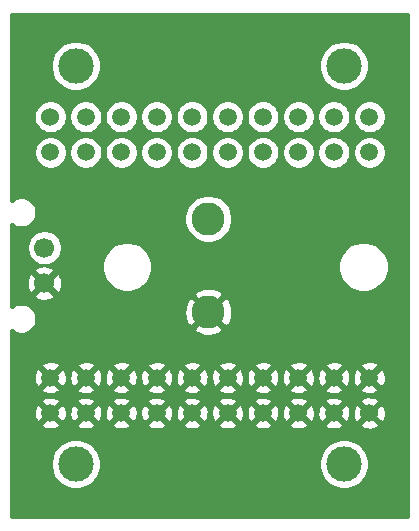
<source format=gbr>
G04 #@! TF.GenerationSoftware,KiCad,Pcbnew,5.1.4-e60b266~84~ubuntu19.04.1*
G04 #@! TF.CreationDate,2019-10-12T12:50:21-05:00*
G04 #@! TF.ProjectId,TemperaturePower,54656d70-6572-4617-9475-7265506f7765,rev?*
G04 #@! TF.SameCoordinates,Original*
G04 #@! TF.FileFunction,Copper,L2,Bot*
G04 #@! TF.FilePolarity,Positive*
%FSLAX46Y46*%
G04 Gerber Fmt 4.6, Leading zero omitted, Abs format (unit mm)*
G04 Created by KiCad (PCBNEW 5.1.4-e60b266~84~ubuntu19.04.1) date 2019-10-12 12:50:21*
%MOMM*%
%LPD*%
G04 APERTURE LIST*
%ADD10C,1.524000*%
%ADD11C,1.500000*%
%ADD12C,3.000000*%
%ADD13C,1.700000*%
%ADD14C,2.800000*%
%ADD15C,0.254000*%
G04 APERTURE END LIST*
D10*
X121500000Y-105920000D03*
D11*
X124500000Y-105920000D03*
X127500000Y-105920000D03*
X130500000Y-105920000D03*
X133500000Y-105920000D03*
X136500000Y-105920000D03*
X139500000Y-105920000D03*
X142500000Y-105920000D03*
X145500000Y-105920000D03*
X148500000Y-105920000D03*
X121500000Y-108920000D03*
X124500000Y-108920000D03*
X127500000Y-108920000D03*
X130500000Y-108920000D03*
X133500000Y-108920000D03*
X136500000Y-108920000D03*
X139500000Y-108920000D03*
X142500000Y-108920000D03*
X145500000Y-108920000D03*
X148500000Y-108920000D03*
D12*
X123650000Y-101600000D03*
X146350000Y-101600000D03*
D13*
X121000000Y-120000000D03*
X121000000Y-117000000D03*
D12*
X123650000Y-135320000D03*
X146350000Y-135320000D03*
D11*
X121500000Y-128000000D03*
X124500000Y-128000000D03*
X127500000Y-128000000D03*
X130500000Y-128000000D03*
X133500000Y-128000000D03*
X136500000Y-128000000D03*
X139500000Y-128000000D03*
X142500000Y-128000000D03*
X145500000Y-128000000D03*
X148500000Y-128000000D03*
X121500000Y-131000000D03*
X124500000Y-131000000D03*
X127500000Y-131000000D03*
X130500000Y-131000000D03*
X133500000Y-131000000D03*
X136500000Y-131000000D03*
X139500000Y-131000000D03*
X142500000Y-131000000D03*
X145500000Y-131000000D03*
D10*
X148500000Y-131000000D03*
D14*
X134874000Y-114554000D03*
X134874000Y-122428000D03*
D15*
G36*
X151790001Y-139790000D02*
G01*
X118210000Y-139790000D01*
X118210000Y-135109721D01*
X121515000Y-135109721D01*
X121515000Y-135530279D01*
X121597047Y-135942756D01*
X121757988Y-136331302D01*
X121991637Y-136680983D01*
X122289017Y-136978363D01*
X122638698Y-137212012D01*
X123027244Y-137372953D01*
X123439721Y-137455000D01*
X123860279Y-137455000D01*
X124272756Y-137372953D01*
X124661302Y-137212012D01*
X125010983Y-136978363D01*
X125308363Y-136680983D01*
X125542012Y-136331302D01*
X125702953Y-135942756D01*
X125785000Y-135530279D01*
X125785000Y-135109721D01*
X144215000Y-135109721D01*
X144215000Y-135530279D01*
X144297047Y-135942756D01*
X144457988Y-136331302D01*
X144691637Y-136680983D01*
X144989017Y-136978363D01*
X145338698Y-137212012D01*
X145727244Y-137372953D01*
X146139721Y-137455000D01*
X146560279Y-137455000D01*
X146972756Y-137372953D01*
X147361302Y-137212012D01*
X147710983Y-136978363D01*
X148008363Y-136680983D01*
X148242012Y-136331302D01*
X148402953Y-135942756D01*
X148485000Y-135530279D01*
X148485000Y-135109721D01*
X148402953Y-134697244D01*
X148242012Y-134308698D01*
X148008363Y-133959017D01*
X147710983Y-133661637D01*
X147361302Y-133427988D01*
X146972756Y-133267047D01*
X146560279Y-133185000D01*
X146139721Y-133185000D01*
X145727244Y-133267047D01*
X145338698Y-133427988D01*
X144989017Y-133661637D01*
X144691637Y-133959017D01*
X144457988Y-134308698D01*
X144297047Y-134697244D01*
X144215000Y-135109721D01*
X125785000Y-135109721D01*
X125702953Y-134697244D01*
X125542012Y-134308698D01*
X125308363Y-133959017D01*
X125010983Y-133661637D01*
X124661302Y-133427988D01*
X124272756Y-133267047D01*
X123860279Y-133185000D01*
X123439721Y-133185000D01*
X123027244Y-133267047D01*
X122638698Y-133427988D01*
X122289017Y-133661637D01*
X121991637Y-133959017D01*
X121757988Y-134308698D01*
X121597047Y-134697244D01*
X121515000Y-135109721D01*
X118210000Y-135109721D01*
X118210000Y-131956993D01*
X120722612Y-131956993D01*
X120788137Y-132195860D01*
X121035116Y-132311760D01*
X121299960Y-132377250D01*
X121572492Y-132389812D01*
X121842238Y-132348965D01*
X122098832Y-132256277D01*
X122211863Y-132195860D01*
X122277388Y-131956993D01*
X123722612Y-131956993D01*
X123788137Y-132195860D01*
X124035116Y-132311760D01*
X124299960Y-132377250D01*
X124572492Y-132389812D01*
X124842238Y-132348965D01*
X125098832Y-132256277D01*
X125211863Y-132195860D01*
X125277388Y-131956993D01*
X126722612Y-131956993D01*
X126788137Y-132195860D01*
X127035116Y-132311760D01*
X127299960Y-132377250D01*
X127572492Y-132389812D01*
X127842238Y-132348965D01*
X128098832Y-132256277D01*
X128211863Y-132195860D01*
X128277388Y-131956993D01*
X129722612Y-131956993D01*
X129788137Y-132195860D01*
X130035116Y-132311760D01*
X130299960Y-132377250D01*
X130572492Y-132389812D01*
X130842238Y-132348965D01*
X131098832Y-132256277D01*
X131211863Y-132195860D01*
X131277388Y-131956993D01*
X132722612Y-131956993D01*
X132788137Y-132195860D01*
X133035116Y-132311760D01*
X133299960Y-132377250D01*
X133572492Y-132389812D01*
X133842238Y-132348965D01*
X134098832Y-132256277D01*
X134211863Y-132195860D01*
X134277388Y-131956993D01*
X135722612Y-131956993D01*
X135788137Y-132195860D01*
X136035116Y-132311760D01*
X136299960Y-132377250D01*
X136572492Y-132389812D01*
X136842238Y-132348965D01*
X137098832Y-132256277D01*
X137211863Y-132195860D01*
X137277388Y-131956993D01*
X138722612Y-131956993D01*
X138788137Y-132195860D01*
X139035116Y-132311760D01*
X139299960Y-132377250D01*
X139572492Y-132389812D01*
X139842238Y-132348965D01*
X140098832Y-132256277D01*
X140211863Y-132195860D01*
X140277388Y-131956993D01*
X141722612Y-131956993D01*
X141788137Y-132195860D01*
X142035116Y-132311760D01*
X142299960Y-132377250D01*
X142572492Y-132389812D01*
X142842238Y-132348965D01*
X143098832Y-132256277D01*
X143211863Y-132195860D01*
X143277388Y-131956993D01*
X144722612Y-131956993D01*
X144788137Y-132195860D01*
X145035116Y-132311760D01*
X145299960Y-132377250D01*
X145572492Y-132389812D01*
X145842238Y-132348965D01*
X146098832Y-132256277D01*
X146211863Y-132195860D01*
X146275036Y-131965565D01*
X147714040Y-131965565D01*
X147781020Y-132205656D01*
X148030048Y-132322756D01*
X148297135Y-132389023D01*
X148572017Y-132401910D01*
X148844133Y-132360922D01*
X149103023Y-132267636D01*
X149218980Y-132205656D01*
X149285960Y-131965565D01*
X148500000Y-131179605D01*
X147714040Y-131965565D01*
X146275036Y-131965565D01*
X146277388Y-131956993D01*
X145500000Y-131179605D01*
X144722612Y-131956993D01*
X143277388Y-131956993D01*
X142500000Y-131179605D01*
X141722612Y-131956993D01*
X140277388Y-131956993D01*
X139500000Y-131179605D01*
X138722612Y-131956993D01*
X137277388Y-131956993D01*
X136500000Y-131179605D01*
X135722612Y-131956993D01*
X134277388Y-131956993D01*
X133500000Y-131179605D01*
X132722612Y-131956993D01*
X131277388Y-131956993D01*
X130500000Y-131179605D01*
X129722612Y-131956993D01*
X128277388Y-131956993D01*
X127500000Y-131179605D01*
X126722612Y-131956993D01*
X125277388Y-131956993D01*
X124500000Y-131179605D01*
X123722612Y-131956993D01*
X122277388Y-131956993D01*
X121500000Y-131179605D01*
X120722612Y-131956993D01*
X118210000Y-131956993D01*
X118210000Y-131072492D01*
X120110188Y-131072492D01*
X120151035Y-131342238D01*
X120243723Y-131598832D01*
X120304140Y-131711863D01*
X120543007Y-131777388D01*
X121320395Y-131000000D01*
X121679605Y-131000000D01*
X122456993Y-131777388D01*
X122695860Y-131711863D01*
X122811760Y-131464884D01*
X122877250Y-131200040D01*
X122883129Y-131072492D01*
X123110188Y-131072492D01*
X123151035Y-131342238D01*
X123243723Y-131598832D01*
X123304140Y-131711863D01*
X123543007Y-131777388D01*
X124320395Y-131000000D01*
X124679605Y-131000000D01*
X125456993Y-131777388D01*
X125695860Y-131711863D01*
X125811760Y-131464884D01*
X125877250Y-131200040D01*
X125883129Y-131072492D01*
X126110188Y-131072492D01*
X126151035Y-131342238D01*
X126243723Y-131598832D01*
X126304140Y-131711863D01*
X126543007Y-131777388D01*
X127320395Y-131000000D01*
X127679605Y-131000000D01*
X128456993Y-131777388D01*
X128695860Y-131711863D01*
X128811760Y-131464884D01*
X128877250Y-131200040D01*
X128883129Y-131072492D01*
X129110188Y-131072492D01*
X129151035Y-131342238D01*
X129243723Y-131598832D01*
X129304140Y-131711863D01*
X129543007Y-131777388D01*
X130320395Y-131000000D01*
X130679605Y-131000000D01*
X131456993Y-131777388D01*
X131695860Y-131711863D01*
X131811760Y-131464884D01*
X131877250Y-131200040D01*
X131883129Y-131072492D01*
X132110188Y-131072492D01*
X132151035Y-131342238D01*
X132243723Y-131598832D01*
X132304140Y-131711863D01*
X132543007Y-131777388D01*
X133320395Y-131000000D01*
X133679605Y-131000000D01*
X134456993Y-131777388D01*
X134695860Y-131711863D01*
X134811760Y-131464884D01*
X134877250Y-131200040D01*
X134883129Y-131072492D01*
X135110188Y-131072492D01*
X135151035Y-131342238D01*
X135243723Y-131598832D01*
X135304140Y-131711863D01*
X135543007Y-131777388D01*
X136320395Y-131000000D01*
X136679605Y-131000000D01*
X137456993Y-131777388D01*
X137695860Y-131711863D01*
X137811760Y-131464884D01*
X137877250Y-131200040D01*
X137883129Y-131072492D01*
X138110188Y-131072492D01*
X138151035Y-131342238D01*
X138243723Y-131598832D01*
X138304140Y-131711863D01*
X138543007Y-131777388D01*
X139320395Y-131000000D01*
X139679605Y-131000000D01*
X140456993Y-131777388D01*
X140695860Y-131711863D01*
X140811760Y-131464884D01*
X140877250Y-131200040D01*
X140883129Y-131072492D01*
X141110188Y-131072492D01*
X141151035Y-131342238D01*
X141243723Y-131598832D01*
X141304140Y-131711863D01*
X141543007Y-131777388D01*
X142320395Y-131000000D01*
X142679605Y-131000000D01*
X143456993Y-131777388D01*
X143695860Y-131711863D01*
X143811760Y-131464884D01*
X143877250Y-131200040D01*
X143883129Y-131072492D01*
X144110188Y-131072492D01*
X144151035Y-131342238D01*
X144243723Y-131598832D01*
X144304140Y-131711863D01*
X144543007Y-131777388D01*
X145320395Y-131000000D01*
X145679605Y-131000000D01*
X146456993Y-131777388D01*
X146695860Y-131711863D01*
X146811760Y-131464884D01*
X146877250Y-131200040D01*
X146883151Y-131072017D01*
X147098090Y-131072017D01*
X147139078Y-131344133D01*
X147232364Y-131603023D01*
X147294344Y-131718980D01*
X147534435Y-131785960D01*
X148320395Y-131000000D01*
X148679605Y-131000000D01*
X149465565Y-131785960D01*
X149705656Y-131718980D01*
X149822756Y-131469952D01*
X149889023Y-131202865D01*
X149901910Y-130927983D01*
X149860922Y-130655867D01*
X149767636Y-130396977D01*
X149705656Y-130281020D01*
X149465565Y-130214040D01*
X148679605Y-131000000D01*
X148320395Y-131000000D01*
X147534435Y-130214040D01*
X147294344Y-130281020D01*
X147177244Y-130530048D01*
X147110977Y-130797135D01*
X147098090Y-131072017D01*
X146883151Y-131072017D01*
X146889812Y-130927508D01*
X146848965Y-130657762D01*
X146756277Y-130401168D01*
X146695860Y-130288137D01*
X146456993Y-130222612D01*
X145679605Y-131000000D01*
X145320395Y-131000000D01*
X144543007Y-130222612D01*
X144304140Y-130288137D01*
X144188240Y-130535116D01*
X144122750Y-130799960D01*
X144110188Y-131072492D01*
X143883129Y-131072492D01*
X143889812Y-130927508D01*
X143848965Y-130657762D01*
X143756277Y-130401168D01*
X143695860Y-130288137D01*
X143456993Y-130222612D01*
X142679605Y-131000000D01*
X142320395Y-131000000D01*
X141543007Y-130222612D01*
X141304140Y-130288137D01*
X141188240Y-130535116D01*
X141122750Y-130799960D01*
X141110188Y-131072492D01*
X140883129Y-131072492D01*
X140889812Y-130927508D01*
X140848965Y-130657762D01*
X140756277Y-130401168D01*
X140695860Y-130288137D01*
X140456993Y-130222612D01*
X139679605Y-131000000D01*
X139320395Y-131000000D01*
X138543007Y-130222612D01*
X138304140Y-130288137D01*
X138188240Y-130535116D01*
X138122750Y-130799960D01*
X138110188Y-131072492D01*
X137883129Y-131072492D01*
X137889812Y-130927508D01*
X137848965Y-130657762D01*
X137756277Y-130401168D01*
X137695860Y-130288137D01*
X137456993Y-130222612D01*
X136679605Y-131000000D01*
X136320395Y-131000000D01*
X135543007Y-130222612D01*
X135304140Y-130288137D01*
X135188240Y-130535116D01*
X135122750Y-130799960D01*
X135110188Y-131072492D01*
X134883129Y-131072492D01*
X134889812Y-130927508D01*
X134848965Y-130657762D01*
X134756277Y-130401168D01*
X134695860Y-130288137D01*
X134456993Y-130222612D01*
X133679605Y-131000000D01*
X133320395Y-131000000D01*
X132543007Y-130222612D01*
X132304140Y-130288137D01*
X132188240Y-130535116D01*
X132122750Y-130799960D01*
X132110188Y-131072492D01*
X131883129Y-131072492D01*
X131889812Y-130927508D01*
X131848965Y-130657762D01*
X131756277Y-130401168D01*
X131695860Y-130288137D01*
X131456993Y-130222612D01*
X130679605Y-131000000D01*
X130320395Y-131000000D01*
X129543007Y-130222612D01*
X129304140Y-130288137D01*
X129188240Y-130535116D01*
X129122750Y-130799960D01*
X129110188Y-131072492D01*
X128883129Y-131072492D01*
X128889812Y-130927508D01*
X128848965Y-130657762D01*
X128756277Y-130401168D01*
X128695860Y-130288137D01*
X128456993Y-130222612D01*
X127679605Y-131000000D01*
X127320395Y-131000000D01*
X126543007Y-130222612D01*
X126304140Y-130288137D01*
X126188240Y-130535116D01*
X126122750Y-130799960D01*
X126110188Y-131072492D01*
X125883129Y-131072492D01*
X125889812Y-130927508D01*
X125848965Y-130657762D01*
X125756277Y-130401168D01*
X125695860Y-130288137D01*
X125456993Y-130222612D01*
X124679605Y-131000000D01*
X124320395Y-131000000D01*
X123543007Y-130222612D01*
X123304140Y-130288137D01*
X123188240Y-130535116D01*
X123122750Y-130799960D01*
X123110188Y-131072492D01*
X122883129Y-131072492D01*
X122889812Y-130927508D01*
X122848965Y-130657762D01*
X122756277Y-130401168D01*
X122695860Y-130288137D01*
X122456993Y-130222612D01*
X121679605Y-131000000D01*
X121320395Y-131000000D01*
X120543007Y-130222612D01*
X120304140Y-130288137D01*
X120188240Y-130535116D01*
X120122750Y-130799960D01*
X120110188Y-131072492D01*
X118210000Y-131072492D01*
X118210000Y-130043007D01*
X120722612Y-130043007D01*
X121500000Y-130820395D01*
X122277388Y-130043007D01*
X123722612Y-130043007D01*
X124500000Y-130820395D01*
X125277388Y-130043007D01*
X126722612Y-130043007D01*
X127500000Y-130820395D01*
X128277388Y-130043007D01*
X129722612Y-130043007D01*
X130500000Y-130820395D01*
X131277388Y-130043007D01*
X132722612Y-130043007D01*
X133500000Y-130820395D01*
X134277388Y-130043007D01*
X135722612Y-130043007D01*
X136500000Y-130820395D01*
X137277388Y-130043007D01*
X138722612Y-130043007D01*
X139500000Y-130820395D01*
X140277388Y-130043007D01*
X141722612Y-130043007D01*
X142500000Y-130820395D01*
X143277388Y-130043007D01*
X144722612Y-130043007D01*
X145500000Y-130820395D01*
X146277388Y-130043007D01*
X146275037Y-130034435D01*
X147714040Y-130034435D01*
X148500000Y-130820395D01*
X149285960Y-130034435D01*
X149218980Y-129794344D01*
X148969952Y-129677244D01*
X148702865Y-129610977D01*
X148427983Y-129598090D01*
X148155867Y-129639078D01*
X147896977Y-129732364D01*
X147781020Y-129794344D01*
X147714040Y-130034435D01*
X146275037Y-130034435D01*
X146211863Y-129804140D01*
X145964884Y-129688240D01*
X145700040Y-129622750D01*
X145427508Y-129610188D01*
X145157762Y-129651035D01*
X144901168Y-129743723D01*
X144788137Y-129804140D01*
X144722612Y-130043007D01*
X143277388Y-130043007D01*
X143211863Y-129804140D01*
X142964884Y-129688240D01*
X142700040Y-129622750D01*
X142427508Y-129610188D01*
X142157762Y-129651035D01*
X141901168Y-129743723D01*
X141788137Y-129804140D01*
X141722612Y-130043007D01*
X140277388Y-130043007D01*
X140211863Y-129804140D01*
X139964884Y-129688240D01*
X139700040Y-129622750D01*
X139427508Y-129610188D01*
X139157762Y-129651035D01*
X138901168Y-129743723D01*
X138788137Y-129804140D01*
X138722612Y-130043007D01*
X137277388Y-130043007D01*
X137211863Y-129804140D01*
X136964884Y-129688240D01*
X136700040Y-129622750D01*
X136427508Y-129610188D01*
X136157762Y-129651035D01*
X135901168Y-129743723D01*
X135788137Y-129804140D01*
X135722612Y-130043007D01*
X134277388Y-130043007D01*
X134211863Y-129804140D01*
X133964884Y-129688240D01*
X133700040Y-129622750D01*
X133427508Y-129610188D01*
X133157762Y-129651035D01*
X132901168Y-129743723D01*
X132788137Y-129804140D01*
X132722612Y-130043007D01*
X131277388Y-130043007D01*
X131211863Y-129804140D01*
X130964884Y-129688240D01*
X130700040Y-129622750D01*
X130427508Y-129610188D01*
X130157762Y-129651035D01*
X129901168Y-129743723D01*
X129788137Y-129804140D01*
X129722612Y-130043007D01*
X128277388Y-130043007D01*
X128211863Y-129804140D01*
X127964884Y-129688240D01*
X127700040Y-129622750D01*
X127427508Y-129610188D01*
X127157762Y-129651035D01*
X126901168Y-129743723D01*
X126788137Y-129804140D01*
X126722612Y-130043007D01*
X125277388Y-130043007D01*
X125211863Y-129804140D01*
X124964884Y-129688240D01*
X124700040Y-129622750D01*
X124427508Y-129610188D01*
X124157762Y-129651035D01*
X123901168Y-129743723D01*
X123788137Y-129804140D01*
X123722612Y-130043007D01*
X122277388Y-130043007D01*
X122211863Y-129804140D01*
X121964884Y-129688240D01*
X121700040Y-129622750D01*
X121427508Y-129610188D01*
X121157762Y-129651035D01*
X120901168Y-129743723D01*
X120788137Y-129804140D01*
X120722612Y-130043007D01*
X118210000Y-130043007D01*
X118210000Y-128956993D01*
X120722612Y-128956993D01*
X120788137Y-129195860D01*
X121035116Y-129311760D01*
X121299960Y-129377250D01*
X121572492Y-129389812D01*
X121842238Y-129348965D01*
X122098832Y-129256277D01*
X122211863Y-129195860D01*
X122277388Y-128956993D01*
X123722612Y-128956993D01*
X123788137Y-129195860D01*
X124035116Y-129311760D01*
X124299960Y-129377250D01*
X124572492Y-129389812D01*
X124842238Y-129348965D01*
X125098832Y-129256277D01*
X125211863Y-129195860D01*
X125277388Y-128956993D01*
X126722612Y-128956993D01*
X126788137Y-129195860D01*
X127035116Y-129311760D01*
X127299960Y-129377250D01*
X127572492Y-129389812D01*
X127842238Y-129348965D01*
X128098832Y-129256277D01*
X128211863Y-129195860D01*
X128277388Y-128956993D01*
X129722612Y-128956993D01*
X129788137Y-129195860D01*
X130035116Y-129311760D01*
X130299960Y-129377250D01*
X130572492Y-129389812D01*
X130842238Y-129348965D01*
X131098832Y-129256277D01*
X131211863Y-129195860D01*
X131277388Y-128956993D01*
X132722612Y-128956993D01*
X132788137Y-129195860D01*
X133035116Y-129311760D01*
X133299960Y-129377250D01*
X133572492Y-129389812D01*
X133842238Y-129348965D01*
X134098832Y-129256277D01*
X134211863Y-129195860D01*
X134277388Y-128956993D01*
X135722612Y-128956993D01*
X135788137Y-129195860D01*
X136035116Y-129311760D01*
X136299960Y-129377250D01*
X136572492Y-129389812D01*
X136842238Y-129348965D01*
X137098832Y-129256277D01*
X137211863Y-129195860D01*
X137277388Y-128956993D01*
X138722612Y-128956993D01*
X138788137Y-129195860D01*
X139035116Y-129311760D01*
X139299960Y-129377250D01*
X139572492Y-129389812D01*
X139842238Y-129348965D01*
X140098832Y-129256277D01*
X140211863Y-129195860D01*
X140277388Y-128956993D01*
X141722612Y-128956993D01*
X141788137Y-129195860D01*
X142035116Y-129311760D01*
X142299960Y-129377250D01*
X142572492Y-129389812D01*
X142842238Y-129348965D01*
X143098832Y-129256277D01*
X143211863Y-129195860D01*
X143277388Y-128956993D01*
X144722612Y-128956993D01*
X144788137Y-129195860D01*
X145035116Y-129311760D01*
X145299960Y-129377250D01*
X145572492Y-129389812D01*
X145842238Y-129348965D01*
X146098832Y-129256277D01*
X146211863Y-129195860D01*
X146277388Y-128956993D01*
X147722612Y-128956993D01*
X147788137Y-129195860D01*
X148035116Y-129311760D01*
X148299960Y-129377250D01*
X148572492Y-129389812D01*
X148842238Y-129348965D01*
X149098832Y-129256277D01*
X149211863Y-129195860D01*
X149277388Y-128956993D01*
X148500000Y-128179605D01*
X147722612Y-128956993D01*
X146277388Y-128956993D01*
X145500000Y-128179605D01*
X144722612Y-128956993D01*
X143277388Y-128956993D01*
X142500000Y-128179605D01*
X141722612Y-128956993D01*
X140277388Y-128956993D01*
X139500000Y-128179605D01*
X138722612Y-128956993D01*
X137277388Y-128956993D01*
X136500000Y-128179605D01*
X135722612Y-128956993D01*
X134277388Y-128956993D01*
X133500000Y-128179605D01*
X132722612Y-128956993D01*
X131277388Y-128956993D01*
X130500000Y-128179605D01*
X129722612Y-128956993D01*
X128277388Y-128956993D01*
X127500000Y-128179605D01*
X126722612Y-128956993D01*
X125277388Y-128956993D01*
X124500000Y-128179605D01*
X123722612Y-128956993D01*
X122277388Y-128956993D01*
X121500000Y-128179605D01*
X120722612Y-128956993D01*
X118210000Y-128956993D01*
X118210000Y-128072492D01*
X120110188Y-128072492D01*
X120151035Y-128342238D01*
X120243723Y-128598832D01*
X120304140Y-128711863D01*
X120543007Y-128777388D01*
X121320395Y-128000000D01*
X121679605Y-128000000D01*
X122456993Y-128777388D01*
X122695860Y-128711863D01*
X122811760Y-128464884D01*
X122877250Y-128200040D01*
X122883129Y-128072492D01*
X123110188Y-128072492D01*
X123151035Y-128342238D01*
X123243723Y-128598832D01*
X123304140Y-128711863D01*
X123543007Y-128777388D01*
X124320395Y-128000000D01*
X124679605Y-128000000D01*
X125456993Y-128777388D01*
X125695860Y-128711863D01*
X125811760Y-128464884D01*
X125877250Y-128200040D01*
X125883129Y-128072492D01*
X126110188Y-128072492D01*
X126151035Y-128342238D01*
X126243723Y-128598832D01*
X126304140Y-128711863D01*
X126543007Y-128777388D01*
X127320395Y-128000000D01*
X127679605Y-128000000D01*
X128456993Y-128777388D01*
X128695860Y-128711863D01*
X128811760Y-128464884D01*
X128877250Y-128200040D01*
X128883129Y-128072492D01*
X129110188Y-128072492D01*
X129151035Y-128342238D01*
X129243723Y-128598832D01*
X129304140Y-128711863D01*
X129543007Y-128777388D01*
X130320395Y-128000000D01*
X130679605Y-128000000D01*
X131456993Y-128777388D01*
X131695860Y-128711863D01*
X131811760Y-128464884D01*
X131877250Y-128200040D01*
X131883129Y-128072492D01*
X132110188Y-128072492D01*
X132151035Y-128342238D01*
X132243723Y-128598832D01*
X132304140Y-128711863D01*
X132543007Y-128777388D01*
X133320395Y-128000000D01*
X133679605Y-128000000D01*
X134456993Y-128777388D01*
X134695860Y-128711863D01*
X134811760Y-128464884D01*
X134877250Y-128200040D01*
X134883129Y-128072492D01*
X135110188Y-128072492D01*
X135151035Y-128342238D01*
X135243723Y-128598832D01*
X135304140Y-128711863D01*
X135543007Y-128777388D01*
X136320395Y-128000000D01*
X136679605Y-128000000D01*
X137456993Y-128777388D01*
X137695860Y-128711863D01*
X137811760Y-128464884D01*
X137877250Y-128200040D01*
X137883129Y-128072492D01*
X138110188Y-128072492D01*
X138151035Y-128342238D01*
X138243723Y-128598832D01*
X138304140Y-128711863D01*
X138543007Y-128777388D01*
X139320395Y-128000000D01*
X139679605Y-128000000D01*
X140456993Y-128777388D01*
X140695860Y-128711863D01*
X140811760Y-128464884D01*
X140877250Y-128200040D01*
X140883129Y-128072492D01*
X141110188Y-128072492D01*
X141151035Y-128342238D01*
X141243723Y-128598832D01*
X141304140Y-128711863D01*
X141543007Y-128777388D01*
X142320395Y-128000000D01*
X142679605Y-128000000D01*
X143456993Y-128777388D01*
X143695860Y-128711863D01*
X143811760Y-128464884D01*
X143877250Y-128200040D01*
X143883129Y-128072492D01*
X144110188Y-128072492D01*
X144151035Y-128342238D01*
X144243723Y-128598832D01*
X144304140Y-128711863D01*
X144543007Y-128777388D01*
X145320395Y-128000000D01*
X145679605Y-128000000D01*
X146456993Y-128777388D01*
X146695860Y-128711863D01*
X146811760Y-128464884D01*
X146877250Y-128200040D01*
X146883129Y-128072492D01*
X147110188Y-128072492D01*
X147151035Y-128342238D01*
X147243723Y-128598832D01*
X147304140Y-128711863D01*
X147543007Y-128777388D01*
X148320395Y-128000000D01*
X148679605Y-128000000D01*
X149456993Y-128777388D01*
X149695860Y-128711863D01*
X149811760Y-128464884D01*
X149877250Y-128200040D01*
X149889812Y-127927508D01*
X149848965Y-127657762D01*
X149756277Y-127401168D01*
X149695860Y-127288137D01*
X149456993Y-127222612D01*
X148679605Y-128000000D01*
X148320395Y-128000000D01*
X147543007Y-127222612D01*
X147304140Y-127288137D01*
X147188240Y-127535116D01*
X147122750Y-127799960D01*
X147110188Y-128072492D01*
X146883129Y-128072492D01*
X146889812Y-127927508D01*
X146848965Y-127657762D01*
X146756277Y-127401168D01*
X146695860Y-127288137D01*
X146456993Y-127222612D01*
X145679605Y-128000000D01*
X145320395Y-128000000D01*
X144543007Y-127222612D01*
X144304140Y-127288137D01*
X144188240Y-127535116D01*
X144122750Y-127799960D01*
X144110188Y-128072492D01*
X143883129Y-128072492D01*
X143889812Y-127927508D01*
X143848965Y-127657762D01*
X143756277Y-127401168D01*
X143695860Y-127288137D01*
X143456993Y-127222612D01*
X142679605Y-128000000D01*
X142320395Y-128000000D01*
X141543007Y-127222612D01*
X141304140Y-127288137D01*
X141188240Y-127535116D01*
X141122750Y-127799960D01*
X141110188Y-128072492D01*
X140883129Y-128072492D01*
X140889812Y-127927508D01*
X140848965Y-127657762D01*
X140756277Y-127401168D01*
X140695860Y-127288137D01*
X140456993Y-127222612D01*
X139679605Y-128000000D01*
X139320395Y-128000000D01*
X138543007Y-127222612D01*
X138304140Y-127288137D01*
X138188240Y-127535116D01*
X138122750Y-127799960D01*
X138110188Y-128072492D01*
X137883129Y-128072492D01*
X137889812Y-127927508D01*
X137848965Y-127657762D01*
X137756277Y-127401168D01*
X137695860Y-127288137D01*
X137456993Y-127222612D01*
X136679605Y-128000000D01*
X136320395Y-128000000D01*
X135543007Y-127222612D01*
X135304140Y-127288137D01*
X135188240Y-127535116D01*
X135122750Y-127799960D01*
X135110188Y-128072492D01*
X134883129Y-128072492D01*
X134889812Y-127927508D01*
X134848965Y-127657762D01*
X134756277Y-127401168D01*
X134695860Y-127288137D01*
X134456993Y-127222612D01*
X133679605Y-128000000D01*
X133320395Y-128000000D01*
X132543007Y-127222612D01*
X132304140Y-127288137D01*
X132188240Y-127535116D01*
X132122750Y-127799960D01*
X132110188Y-128072492D01*
X131883129Y-128072492D01*
X131889812Y-127927508D01*
X131848965Y-127657762D01*
X131756277Y-127401168D01*
X131695860Y-127288137D01*
X131456993Y-127222612D01*
X130679605Y-128000000D01*
X130320395Y-128000000D01*
X129543007Y-127222612D01*
X129304140Y-127288137D01*
X129188240Y-127535116D01*
X129122750Y-127799960D01*
X129110188Y-128072492D01*
X128883129Y-128072492D01*
X128889812Y-127927508D01*
X128848965Y-127657762D01*
X128756277Y-127401168D01*
X128695860Y-127288137D01*
X128456993Y-127222612D01*
X127679605Y-128000000D01*
X127320395Y-128000000D01*
X126543007Y-127222612D01*
X126304140Y-127288137D01*
X126188240Y-127535116D01*
X126122750Y-127799960D01*
X126110188Y-128072492D01*
X125883129Y-128072492D01*
X125889812Y-127927508D01*
X125848965Y-127657762D01*
X125756277Y-127401168D01*
X125695860Y-127288137D01*
X125456993Y-127222612D01*
X124679605Y-128000000D01*
X124320395Y-128000000D01*
X123543007Y-127222612D01*
X123304140Y-127288137D01*
X123188240Y-127535116D01*
X123122750Y-127799960D01*
X123110188Y-128072492D01*
X122883129Y-128072492D01*
X122889812Y-127927508D01*
X122848965Y-127657762D01*
X122756277Y-127401168D01*
X122695860Y-127288137D01*
X122456993Y-127222612D01*
X121679605Y-128000000D01*
X121320395Y-128000000D01*
X120543007Y-127222612D01*
X120304140Y-127288137D01*
X120188240Y-127535116D01*
X120122750Y-127799960D01*
X120110188Y-128072492D01*
X118210000Y-128072492D01*
X118210000Y-127043007D01*
X120722612Y-127043007D01*
X121500000Y-127820395D01*
X122277388Y-127043007D01*
X123722612Y-127043007D01*
X124500000Y-127820395D01*
X125277388Y-127043007D01*
X126722612Y-127043007D01*
X127500000Y-127820395D01*
X128277388Y-127043007D01*
X129722612Y-127043007D01*
X130500000Y-127820395D01*
X131277388Y-127043007D01*
X132722612Y-127043007D01*
X133500000Y-127820395D01*
X134277388Y-127043007D01*
X135722612Y-127043007D01*
X136500000Y-127820395D01*
X137277388Y-127043007D01*
X138722612Y-127043007D01*
X139500000Y-127820395D01*
X140277388Y-127043007D01*
X141722612Y-127043007D01*
X142500000Y-127820395D01*
X143277388Y-127043007D01*
X144722612Y-127043007D01*
X145500000Y-127820395D01*
X146277388Y-127043007D01*
X147722612Y-127043007D01*
X148500000Y-127820395D01*
X149277388Y-127043007D01*
X149211863Y-126804140D01*
X148964884Y-126688240D01*
X148700040Y-126622750D01*
X148427508Y-126610188D01*
X148157762Y-126651035D01*
X147901168Y-126743723D01*
X147788137Y-126804140D01*
X147722612Y-127043007D01*
X146277388Y-127043007D01*
X146211863Y-126804140D01*
X145964884Y-126688240D01*
X145700040Y-126622750D01*
X145427508Y-126610188D01*
X145157762Y-126651035D01*
X144901168Y-126743723D01*
X144788137Y-126804140D01*
X144722612Y-127043007D01*
X143277388Y-127043007D01*
X143211863Y-126804140D01*
X142964884Y-126688240D01*
X142700040Y-126622750D01*
X142427508Y-126610188D01*
X142157762Y-126651035D01*
X141901168Y-126743723D01*
X141788137Y-126804140D01*
X141722612Y-127043007D01*
X140277388Y-127043007D01*
X140211863Y-126804140D01*
X139964884Y-126688240D01*
X139700040Y-126622750D01*
X139427508Y-126610188D01*
X139157762Y-126651035D01*
X138901168Y-126743723D01*
X138788137Y-126804140D01*
X138722612Y-127043007D01*
X137277388Y-127043007D01*
X137211863Y-126804140D01*
X136964884Y-126688240D01*
X136700040Y-126622750D01*
X136427508Y-126610188D01*
X136157762Y-126651035D01*
X135901168Y-126743723D01*
X135788137Y-126804140D01*
X135722612Y-127043007D01*
X134277388Y-127043007D01*
X134211863Y-126804140D01*
X133964884Y-126688240D01*
X133700040Y-126622750D01*
X133427508Y-126610188D01*
X133157762Y-126651035D01*
X132901168Y-126743723D01*
X132788137Y-126804140D01*
X132722612Y-127043007D01*
X131277388Y-127043007D01*
X131211863Y-126804140D01*
X130964884Y-126688240D01*
X130700040Y-126622750D01*
X130427508Y-126610188D01*
X130157762Y-126651035D01*
X129901168Y-126743723D01*
X129788137Y-126804140D01*
X129722612Y-127043007D01*
X128277388Y-127043007D01*
X128211863Y-126804140D01*
X127964884Y-126688240D01*
X127700040Y-126622750D01*
X127427508Y-126610188D01*
X127157762Y-126651035D01*
X126901168Y-126743723D01*
X126788137Y-126804140D01*
X126722612Y-127043007D01*
X125277388Y-127043007D01*
X125211863Y-126804140D01*
X124964884Y-126688240D01*
X124700040Y-126622750D01*
X124427508Y-126610188D01*
X124157762Y-126651035D01*
X123901168Y-126743723D01*
X123788137Y-126804140D01*
X123722612Y-127043007D01*
X122277388Y-127043007D01*
X122211863Y-126804140D01*
X121964884Y-126688240D01*
X121700040Y-126622750D01*
X121427508Y-126610188D01*
X121157762Y-126651035D01*
X120901168Y-126743723D01*
X120788137Y-126804140D01*
X120722612Y-127043007D01*
X118210000Y-127043007D01*
X118210000Y-123966051D01*
X118230422Y-123986473D01*
X118438429Y-124125459D01*
X118669555Y-124221195D01*
X118914916Y-124270000D01*
X119165084Y-124270000D01*
X119410445Y-124221195D01*
X119641571Y-124125459D01*
X119849578Y-123986473D01*
X119987604Y-123848447D01*
X133633158Y-123848447D01*
X133777135Y-124153770D01*
X134134892Y-124334597D01*
X134521053Y-124442155D01*
X134920777Y-124472310D01*
X135318704Y-124423904D01*
X135699540Y-124298795D01*
X135970865Y-124153770D01*
X136114842Y-123848447D01*
X134874000Y-122607605D01*
X133633158Y-123848447D01*
X119987604Y-123848447D01*
X120026473Y-123809578D01*
X120165459Y-123601571D01*
X120261195Y-123370445D01*
X120310000Y-123125084D01*
X120310000Y-122874916D01*
X120261195Y-122629555D01*
X120197084Y-122474777D01*
X132829690Y-122474777D01*
X132878096Y-122872704D01*
X133003205Y-123253540D01*
X133148230Y-123524865D01*
X133453553Y-123668842D01*
X134694395Y-122428000D01*
X135053605Y-122428000D01*
X136294447Y-123668842D01*
X136599770Y-123524865D01*
X136780597Y-123167108D01*
X136888155Y-122780947D01*
X136918310Y-122381223D01*
X136869904Y-121983296D01*
X136744795Y-121602460D01*
X136599770Y-121331135D01*
X136294447Y-121187158D01*
X135053605Y-122428000D01*
X134694395Y-122428000D01*
X133453553Y-121187158D01*
X133148230Y-121331135D01*
X132967403Y-121688892D01*
X132859845Y-122075053D01*
X132829690Y-122474777D01*
X120197084Y-122474777D01*
X120165459Y-122398429D01*
X120026473Y-122190422D01*
X119849578Y-122013527D01*
X119641571Y-121874541D01*
X119410445Y-121778805D01*
X119165084Y-121730000D01*
X118914916Y-121730000D01*
X118669555Y-121778805D01*
X118438429Y-121874541D01*
X118230422Y-122013527D01*
X118210000Y-122033949D01*
X118210000Y-121028397D01*
X120151208Y-121028397D01*
X120228843Y-121277472D01*
X120492883Y-121403371D01*
X120776411Y-121475339D01*
X121068531Y-121490611D01*
X121358019Y-121448599D01*
X121633747Y-121350919D01*
X121771157Y-121277472D01*
X121848792Y-121028397D01*
X121827948Y-121007553D01*
X133633158Y-121007553D01*
X134874000Y-122248395D01*
X136114842Y-121007553D01*
X135970865Y-120702230D01*
X135613108Y-120521403D01*
X135226947Y-120413845D01*
X134827223Y-120383690D01*
X134429296Y-120432096D01*
X134048460Y-120557205D01*
X133777135Y-120702230D01*
X133633158Y-121007553D01*
X121827948Y-121007553D01*
X121000000Y-120179605D01*
X120151208Y-121028397D01*
X118210000Y-121028397D01*
X118210000Y-120068531D01*
X119509389Y-120068531D01*
X119551401Y-120358019D01*
X119649081Y-120633747D01*
X119722528Y-120771157D01*
X119971603Y-120848792D01*
X120820395Y-120000000D01*
X121179605Y-120000000D01*
X122028397Y-120848792D01*
X122277472Y-120771157D01*
X122403371Y-120507117D01*
X122475339Y-120223589D01*
X122490611Y-119931469D01*
X122448599Y-119641981D01*
X122350919Y-119366253D01*
X122277472Y-119228843D01*
X122028397Y-119151208D01*
X121179605Y-120000000D01*
X120820395Y-120000000D01*
X119971603Y-119151208D01*
X119722528Y-119228843D01*
X119596629Y-119492883D01*
X119524661Y-119776411D01*
X119509389Y-120068531D01*
X118210000Y-120068531D01*
X118210000Y-118971603D01*
X120151208Y-118971603D01*
X121000000Y-119820395D01*
X121848792Y-118971603D01*
X121771157Y-118722528D01*
X121507117Y-118596629D01*
X121223589Y-118524661D01*
X120931469Y-118509389D01*
X120641981Y-118551401D01*
X120366253Y-118649081D01*
X120228843Y-118722528D01*
X120151208Y-118971603D01*
X118210000Y-118971603D01*
X118210000Y-116853740D01*
X119515000Y-116853740D01*
X119515000Y-117146260D01*
X119572068Y-117433158D01*
X119684010Y-117703411D01*
X119846525Y-117946632D01*
X120053368Y-118153475D01*
X120296589Y-118315990D01*
X120566842Y-118427932D01*
X120853740Y-118485000D01*
X121146260Y-118485000D01*
X121433158Y-118427932D01*
X121481951Y-118407721D01*
X125865000Y-118407721D01*
X125865000Y-118828279D01*
X125947047Y-119240756D01*
X126107988Y-119629302D01*
X126341637Y-119978983D01*
X126639017Y-120276363D01*
X126988698Y-120510012D01*
X127377244Y-120670953D01*
X127789721Y-120753000D01*
X128210279Y-120753000D01*
X128622756Y-120670953D01*
X129011302Y-120510012D01*
X129360983Y-120276363D01*
X129658363Y-119978983D01*
X129892012Y-119629302D01*
X130052953Y-119240756D01*
X130135000Y-118828279D01*
X130135000Y-118407721D01*
X145865000Y-118407721D01*
X145865000Y-118828279D01*
X145947047Y-119240756D01*
X146107988Y-119629302D01*
X146341637Y-119978983D01*
X146639017Y-120276363D01*
X146988698Y-120510012D01*
X147377244Y-120670953D01*
X147789721Y-120753000D01*
X148210279Y-120753000D01*
X148622756Y-120670953D01*
X149011302Y-120510012D01*
X149360983Y-120276363D01*
X149658363Y-119978983D01*
X149892012Y-119629302D01*
X150052953Y-119240756D01*
X150135000Y-118828279D01*
X150135000Y-118407721D01*
X150052953Y-117995244D01*
X149892012Y-117606698D01*
X149658363Y-117257017D01*
X149360983Y-116959637D01*
X149011302Y-116725988D01*
X148622756Y-116565047D01*
X148210279Y-116483000D01*
X147789721Y-116483000D01*
X147377244Y-116565047D01*
X146988698Y-116725988D01*
X146639017Y-116959637D01*
X146341637Y-117257017D01*
X146107988Y-117606698D01*
X145947047Y-117995244D01*
X145865000Y-118407721D01*
X130135000Y-118407721D01*
X130052953Y-117995244D01*
X129892012Y-117606698D01*
X129658363Y-117257017D01*
X129360983Y-116959637D01*
X129011302Y-116725988D01*
X128622756Y-116565047D01*
X128210279Y-116483000D01*
X127789721Y-116483000D01*
X127377244Y-116565047D01*
X126988698Y-116725988D01*
X126639017Y-116959637D01*
X126341637Y-117257017D01*
X126107988Y-117606698D01*
X125947047Y-117995244D01*
X125865000Y-118407721D01*
X121481951Y-118407721D01*
X121703411Y-118315990D01*
X121946632Y-118153475D01*
X122153475Y-117946632D01*
X122315990Y-117703411D01*
X122427932Y-117433158D01*
X122485000Y-117146260D01*
X122485000Y-116853740D01*
X122427932Y-116566842D01*
X122315990Y-116296589D01*
X122153475Y-116053368D01*
X121946632Y-115846525D01*
X121703411Y-115684010D01*
X121433158Y-115572068D01*
X121146260Y-115515000D01*
X120853740Y-115515000D01*
X120566842Y-115572068D01*
X120296589Y-115684010D01*
X120053368Y-115846525D01*
X119846525Y-116053368D01*
X119684010Y-116296589D01*
X119572068Y-116566842D01*
X119515000Y-116853740D01*
X118210000Y-116853740D01*
X118210000Y-114966051D01*
X118230422Y-114986473D01*
X118438429Y-115125459D01*
X118669555Y-115221195D01*
X118914916Y-115270000D01*
X119165084Y-115270000D01*
X119410445Y-115221195D01*
X119641571Y-115125459D01*
X119849578Y-114986473D01*
X120026473Y-114809578D01*
X120165459Y-114601571D01*
X120261195Y-114370445D01*
X120264551Y-114353570D01*
X132839000Y-114353570D01*
X132839000Y-114754430D01*
X132917204Y-115147587D01*
X133070607Y-115517934D01*
X133293313Y-115851237D01*
X133576763Y-116134687D01*
X133910066Y-116357393D01*
X134280413Y-116510796D01*
X134673570Y-116589000D01*
X135074430Y-116589000D01*
X135467587Y-116510796D01*
X135837934Y-116357393D01*
X136171237Y-116134687D01*
X136454687Y-115851237D01*
X136677393Y-115517934D01*
X136830796Y-115147587D01*
X136909000Y-114754430D01*
X136909000Y-114353570D01*
X136830796Y-113960413D01*
X136677393Y-113590066D01*
X136454687Y-113256763D01*
X136171237Y-112973313D01*
X135837934Y-112750607D01*
X135467587Y-112597204D01*
X135074430Y-112519000D01*
X134673570Y-112519000D01*
X134280413Y-112597204D01*
X133910066Y-112750607D01*
X133576763Y-112973313D01*
X133293313Y-113256763D01*
X133070607Y-113590066D01*
X132917204Y-113960413D01*
X132839000Y-114353570D01*
X120264551Y-114353570D01*
X120310000Y-114125084D01*
X120310000Y-113874916D01*
X120261195Y-113629555D01*
X120165459Y-113398429D01*
X120026473Y-113190422D01*
X119849578Y-113013527D01*
X119641571Y-112874541D01*
X119410445Y-112778805D01*
X119165084Y-112730000D01*
X118914916Y-112730000D01*
X118669555Y-112778805D01*
X118438429Y-112874541D01*
X118230422Y-113013527D01*
X118210000Y-113033949D01*
X118210000Y-108783589D01*
X120115000Y-108783589D01*
X120115000Y-109056411D01*
X120168225Y-109323989D01*
X120272629Y-109576043D01*
X120424201Y-109802886D01*
X120617114Y-109995799D01*
X120843957Y-110147371D01*
X121096011Y-110251775D01*
X121363589Y-110305000D01*
X121636411Y-110305000D01*
X121903989Y-110251775D01*
X122156043Y-110147371D01*
X122382886Y-109995799D01*
X122575799Y-109802886D01*
X122727371Y-109576043D01*
X122831775Y-109323989D01*
X122885000Y-109056411D01*
X122885000Y-108783589D01*
X123115000Y-108783589D01*
X123115000Y-109056411D01*
X123168225Y-109323989D01*
X123272629Y-109576043D01*
X123424201Y-109802886D01*
X123617114Y-109995799D01*
X123843957Y-110147371D01*
X124096011Y-110251775D01*
X124363589Y-110305000D01*
X124636411Y-110305000D01*
X124903989Y-110251775D01*
X125156043Y-110147371D01*
X125382886Y-109995799D01*
X125575799Y-109802886D01*
X125727371Y-109576043D01*
X125831775Y-109323989D01*
X125885000Y-109056411D01*
X125885000Y-108783589D01*
X126115000Y-108783589D01*
X126115000Y-109056411D01*
X126168225Y-109323989D01*
X126272629Y-109576043D01*
X126424201Y-109802886D01*
X126617114Y-109995799D01*
X126843957Y-110147371D01*
X127096011Y-110251775D01*
X127363589Y-110305000D01*
X127636411Y-110305000D01*
X127903989Y-110251775D01*
X128156043Y-110147371D01*
X128382886Y-109995799D01*
X128575799Y-109802886D01*
X128727371Y-109576043D01*
X128831775Y-109323989D01*
X128885000Y-109056411D01*
X128885000Y-108783589D01*
X129115000Y-108783589D01*
X129115000Y-109056411D01*
X129168225Y-109323989D01*
X129272629Y-109576043D01*
X129424201Y-109802886D01*
X129617114Y-109995799D01*
X129843957Y-110147371D01*
X130096011Y-110251775D01*
X130363589Y-110305000D01*
X130636411Y-110305000D01*
X130903989Y-110251775D01*
X131156043Y-110147371D01*
X131382886Y-109995799D01*
X131575799Y-109802886D01*
X131727371Y-109576043D01*
X131831775Y-109323989D01*
X131885000Y-109056411D01*
X131885000Y-108783589D01*
X132115000Y-108783589D01*
X132115000Y-109056411D01*
X132168225Y-109323989D01*
X132272629Y-109576043D01*
X132424201Y-109802886D01*
X132617114Y-109995799D01*
X132843957Y-110147371D01*
X133096011Y-110251775D01*
X133363589Y-110305000D01*
X133636411Y-110305000D01*
X133903989Y-110251775D01*
X134156043Y-110147371D01*
X134382886Y-109995799D01*
X134575799Y-109802886D01*
X134727371Y-109576043D01*
X134831775Y-109323989D01*
X134885000Y-109056411D01*
X134885000Y-108783589D01*
X135115000Y-108783589D01*
X135115000Y-109056411D01*
X135168225Y-109323989D01*
X135272629Y-109576043D01*
X135424201Y-109802886D01*
X135617114Y-109995799D01*
X135843957Y-110147371D01*
X136096011Y-110251775D01*
X136363589Y-110305000D01*
X136636411Y-110305000D01*
X136903989Y-110251775D01*
X137156043Y-110147371D01*
X137382886Y-109995799D01*
X137575799Y-109802886D01*
X137727371Y-109576043D01*
X137831775Y-109323989D01*
X137885000Y-109056411D01*
X137885000Y-108783589D01*
X138115000Y-108783589D01*
X138115000Y-109056411D01*
X138168225Y-109323989D01*
X138272629Y-109576043D01*
X138424201Y-109802886D01*
X138617114Y-109995799D01*
X138843957Y-110147371D01*
X139096011Y-110251775D01*
X139363589Y-110305000D01*
X139636411Y-110305000D01*
X139903989Y-110251775D01*
X140156043Y-110147371D01*
X140382886Y-109995799D01*
X140575799Y-109802886D01*
X140727371Y-109576043D01*
X140831775Y-109323989D01*
X140885000Y-109056411D01*
X140885000Y-108783589D01*
X141115000Y-108783589D01*
X141115000Y-109056411D01*
X141168225Y-109323989D01*
X141272629Y-109576043D01*
X141424201Y-109802886D01*
X141617114Y-109995799D01*
X141843957Y-110147371D01*
X142096011Y-110251775D01*
X142363589Y-110305000D01*
X142636411Y-110305000D01*
X142903989Y-110251775D01*
X143156043Y-110147371D01*
X143382886Y-109995799D01*
X143575799Y-109802886D01*
X143727371Y-109576043D01*
X143831775Y-109323989D01*
X143885000Y-109056411D01*
X143885000Y-108783589D01*
X144115000Y-108783589D01*
X144115000Y-109056411D01*
X144168225Y-109323989D01*
X144272629Y-109576043D01*
X144424201Y-109802886D01*
X144617114Y-109995799D01*
X144843957Y-110147371D01*
X145096011Y-110251775D01*
X145363589Y-110305000D01*
X145636411Y-110305000D01*
X145903989Y-110251775D01*
X146156043Y-110147371D01*
X146382886Y-109995799D01*
X146575799Y-109802886D01*
X146727371Y-109576043D01*
X146831775Y-109323989D01*
X146885000Y-109056411D01*
X146885000Y-108783589D01*
X147115000Y-108783589D01*
X147115000Y-109056411D01*
X147168225Y-109323989D01*
X147272629Y-109576043D01*
X147424201Y-109802886D01*
X147617114Y-109995799D01*
X147843957Y-110147371D01*
X148096011Y-110251775D01*
X148363589Y-110305000D01*
X148636411Y-110305000D01*
X148903989Y-110251775D01*
X149156043Y-110147371D01*
X149382886Y-109995799D01*
X149575799Y-109802886D01*
X149727371Y-109576043D01*
X149831775Y-109323989D01*
X149885000Y-109056411D01*
X149885000Y-108783589D01*
X149831775Y-108516011D01*
X149727371Y-108263957D01*
X149575799Y-108037114D01*
X149382886Y-107844201D01*
X149156043Y-107692629D01*
X148903989Y-107588225D01*
X148636411Y-107535000D01*
X148363589Y-107535000D01*
X148096011Y-107588225D01*
X147843957Y-107692629D01*
X147617114Y-107844201D01*
X147424201Y-108037114D01*
X147272629Y-108263957D01*
X147168225Y-108516011D01*
X147115000Y-108783589D01*
X146885000Y-108783589D01*
X146831775Y-108516011D01*
X146727371Y-108263957D01*
X146575799Y-108037114D01*
X146382886Y-107844201D01*
X146156043Y-107692629D01*
X145903989Y-107588225D01*
X145636411Y-107535000D01*
X145363589Y-107535000D01*
X145096011Y-107588225D01*
X144843957Y-107692629D01*
X144617114Y-107844201D01*
X144424201Y-108037114D01*
X144272629Y-108263957D01*
X144168225Y-108516011D01*
X144115000Y-108783589D01*
X143885000Y-108783589D01*
X143831775Y-108516011D01*
X143727371Y-108263957D01*
X143575799Y-108037114D01*
X143382886Y-107844201D01*
X143156043Y-107692629D01*
X142903989Y-107588225D01*
X142636411Y-107535000D01*
X142363589Y-107535000D01*
X142096011Y-107588225D01*
X141843957Y-107692629D01*
X141617114Y-107844201D01*
X141424201Y-108037114D01*
X141272629Y-108263957D01*
X141168225Y-108516011D01*
X141115000Y-108783589D01*
X140885000Y-108783589D01*
X140831775Y-108516011D01*
X140727371Y-108263957D01*
X140575799Y-108037114D01*
X140382886Y-107844201D01*
X140156043Y-107692629D01*
X139903989Y-107588225D01*
X139636411Y-107535000D01*
X139363589Y-107535000D01*
X139096011Y-107588225D01*
X138843957Y-107692629D01*
X138617114Y-107844201D01*
X138424201Y-108037114D01*
X138272629Y-108263957D01*
X138168225Y-108516011D01*
X138115000Y-108783589D01*
X137885000Y-108783589D01*
X137831775Y-108516011D01*
X137727371Y-108263957D01*
X137575799Y-108037114D01*
X137382886Y-107844201D01*
X137156043Y-107692629D01*
X136903989Y-107588225D01*
X136636411Y-107535000D01*
X136363589Y-107535000D01*
X136096011Y-107588225D01*
X135843957Y-107692629D01*
X135617114Y-107844201D01*
X135424201Y-108037114D01*
X135272629Y-108263957D01*
X135168225Y-108516011D01*
X135115000Y-108783589D01*
X134885000Y-108783589D01*
X134831775Y-108516011D01*
X134727371Y-108263957D01*
X134575799Y-108037114D01*
X134382886Y-107844201D01*
X134156043Y-107692629D01*
X133903989Y-107588225D01*
X133636411Y-107535000D01*
X133363589Y-107535000D01*
X133096011Y-107588225D01*
X132843957Y-107692629D01*
X132617114Y-107844201D01*
X132424201Y-108037114D01*
X132272629Y-108263957D01*
X132168225Y-108516011D01*
X132115000Y-108783589D01*
X131885000Y-108783589D01*
X131831775Y-108516011D01*
X131727371Y-108263957D01*
X131575799Y-108037114D01*
X131382886Y-107844201D01*
X131156043Y-107692629D01*
X130903989Y-107588225D01*
X130636411Y-107535000D01*
X130363589Y-107535000D01*
X130096011Y-107588225D01*
X129843957Y-107692629D01*
X129617114Y-107844201D01*
X129424201Y-108037114D01*
X129272629Y-108263957D01*
X129168225Y-108516011D01*
X129115000Y-108783589D01*
X128885000Y-108783589D01*
X128831775Y-108516011D01*
X128727371Y-108263957D01*
X128575799Y-108037114D01*
X128382886Y-107844201D01*
X128156043Y-107692629D01*
X127903989Y-107588225D01*
X127636411Y-107535000D01*
X127363589Y-107535000D01*
X127096011Y-107588225D01*
X126843957Y-107692629D01*
X126617114Y-107844201D01*
X126424201Y-108037114D01*
X126272629Y-108263957D01*
X126168225Y-108516011D01*
X126115000Y-108783589D01*
X125885000Y-108783589D01*
X125831775Y-108516011D01*
X125727371Y-108263957D01*
X125575799Y-108037114D01*
X125382886Y-107844201D01*
X125156043Y-107692629D01*
X124903989Y-107588225D01*
X124636411Y-107535000D01*
X124363589Y-107535000D01*
X124096011Y-107588225D01*
X123843957Y-107692629D01*
X123617114Y-107844201D01*
X123424201Y-108037114D01*
X123272629Y-108263957D01*
X123168225Y-108516011D01*
X123115000Y-108783589D01*
X122885000Y-108783589D01*
X122831775Y-108516011D01*
X122727371Y-108263957D01*
X122575799Y-108037114D01*
X122382886Y-107844201D01*
X122156043Y-107692629D01*
X121903989Y-107588225D01*
X121636411Y-107535000D01*
X121363589Y-107535000D01*
X121096011Y-107588225D01*
X120843957Y-107692629D01*
X120617114Y-107844201D01*
X120424201Y-108037114D01*
X120272629Y-108263957D01*
X120168225Y-108516011D01*
X120115000Y-108783589D01*
X118210000Y-108783589D01*
X118210000Y-105782408D01*
X120103000Y-105782408D01*
X120103000Y-106057592D01*
X120156686Y-106327490D01*
X120261995Y-106581727D01*
X120414880Y-106810535D01*
X120609465Y-107005120D01*
X120838273Y-107158005D01*
X121092510Y-107263314D01*
X121362408Y-107317000D01*
X121637592Y-107317000D01*
X121907490Y-107263314D01*
X122161727Y-107158005D01*
X122390535Y-107005120D01*
X122585120Y-106810535D01*
X122738005Y-106581727D01*
X122843314Y-106327490D01*
X122897000Y-106057592D01*
X122897000Y-105783589D01*
X123115000Y-105783589D01*
X123115000Y-106056411D01*
X123168225Y-106323989D01*
X123272629Y-106576043D01*
X123424201Y-106802886D01*
X123617114Y-106995799D01*
X123843957Y-107147371D01*
X124096011Y-107251775D01*
X124363589Y-107305000D01*
X124636411Y-107305000D01*
X124903989Y-107251775D01*
X125156043Y-107147371D01*
X125382886Y-106995799D01*
X125575799Y-106802886D01*
X125727371Y-106576043D01*
X125831775Y-106323989D01*
X125885000Y-106056411D01*
X125885000Y-105783589D01*
X126115000Y-105783589D01*
X126115000Y-106056411D01*
X126168225Y-106323989D01*
X126272629Y-106576043D01*
X126424201Y-106802886D01*
X126617114Y-106995799D01*
X126843957Y-107147371D01*
X127096011Y-107251775D01*
X127363589Y-107305000D01*
X127636411Y-107305000D01*
X127903989Y-107251775D01*
X128156043Y-107147371D01*
X128382886Y-106995799D01*
X128575799Y-106802886D01*
X128727371Y-106576043D01*
X128831775Y-106323989D01*
X128885000Y-106056411D01*
X128885000Y-105783589D01*
X129115000Y-105783589D01*
X129115000Y-106056411D01*
X129168225Y-106323989D01*
X129272629Y-106576043D01*
X129424201Y-106802886D01*
X129617114Y-106995799D01*
X129843957Y-107147371D01*
X130096011Y-107251775D01*
X130363589Y-107305000D01*
X130636411Y-107305000D01*
X130903989Y-107251775D01*
X131156043Y-107147371D01*
X131382886Y-106995799D01*
X131575799Y-106802886D01*
X131727371Y-106576043D01*
X131831775Y-106323989D01*
X131885000Y-106056411D01*
X131885000Y-105783589D01*
X132115000Y-105783589D01*
X132115000Y-106056411D01*
X132168225Y-106323989D01*
X132272629Y-106576043D01*
X132424201Y-106802886D01*
X132617114Y-106995799D01*
X132843957Y-107147371D01*
X133096011Y-107251775D01*
X133363589Y-107305000D01*
X133636411Y-107305000D01*
X133903989Y-107251775D01*
X134156043Y-107147371D01*
X134382886Y-106995799D01*
X134575799Y-106802886D01*
X134727371Y-106576043D01*
X134831775Y-106323989D01*
X134885000Y-106056411D01*
X134885000Y-105783589D01*
X135115000Y-105783589D01*
X135115000Y-106056411D01*
X135168225Y-106323989D01*
X135272629Y-106576043D01*
X135424201Y-106802886D01*
X135617114Y-106995799D01*
X135843957Y-107147371D01*
X136096011Y-107251775D01*
X136363589Y-107305000D01*
X136636411Y-107305000D01*
X136903989Y-107251775D01*
X137156043Y-107147371D01*
X137382886Y-106995799D01*
X137575799Y-106802886D01*
X137727371Y-106576043D01*
X137831775Y-106323989D01*
X137885000Y-106056411D01*
X137885000Y-105783589D01*
X138115000Y-105783589D01*
X138115000Y-106056411D01*
X138168225Y-106323989D01*
X138272629Y-106576043D01*
X138424201Y-106802886D01*
X138617114Y-106995799D01*
X138843957Y-107147371D01*
X139096011Y-107251775D01*
X139363589Y-107305000D01*
X139636411Y-107305000D01*
X139903989Y-107251775D01*
X140156043Y-107147371D01*
X140382886Y-106995799D01*
X140575799Y-106802886D01*
X140727371Y-106576043D01*
X140831775Y-106323989D01*
X140885000Y-106056411D01*
X140885000Y-105783589D01*
X141115000Y-105783589D01*
X141115000Y-106056411D01*
X141168225Y-106323989D01*
X141272629Y-106576043D01*
X141424201Y-106802886D01*
X141617114Y-106995799D01*
X141843957Y-107147371D01*
X142096011Y-107251775D01*
X142363589Y-107305000D01*
X142636411Y-107305000D01*
X142903989Y-107251775D01*
X143156043Y-107147371D01*
X143382886Y-106995799D01*
X143575799Y-106802886D01*
X143727371Y-106576043D01*
X143831775Y-106323989D01*
X143885000Y-106056411D01*
X143885000Y-105783589D01*
X144115000Y-105783589D01*
X144115000Y-106056411D01*
X144168225Y-106323989D01*
X144272629Y-106576043D01*
X144424201Y-106802886D01*
X144617114Y-106995799D01*
X144843957Y-107147371D01*
X145096011Y-107251775D01*
X145363589Y-107305000D01*
X145636411Y-107305000D01*
X145903989Y-107251775D01*
X146156043Y-107147371D01*
X146382886Y-106995799D01*
X146575799Y-106802886D01*
X146727371Y-106576043D01*
X146831775Y-106323989D01*
X146885000Y-106056411D01*
X146885000Y-105783589D01*
X147115000Y-105783589D01*
X147115000Y-106056411D01*
X147168225Y-106323989D01*
X147272629Y-106576043D01*
X147424201Y-106802886D01*
X147617114Y-106995799D01*
X147843957Y-107147371D01*
X148096011Y-107251775D01*
X148363589Y-107305000D01*
X148636411Y-107305000D01*
X148903989Y-107251775D01*
X149156043Y-107147371D01*
X149382886Y-106995799D01*
X149575799Y-106802886D01*
X149727371Y-106576043D01*
X149831775Y-106323989D01*
X149885000Y-106056411D01*
X149885000Y-105783589D01*
X149831775Y-105516011D01*
X149727371Y-105263957D01*
X149575799Y-105037114D01*
X149382886Y-104844201D01*
X149156043Y-104692629D01*
X148903989Y-104588225D01*
X148636411Y-104535000D01*
X148363589Y-104535000D01*
X148096011Y-104588225D01*
X147843957Y-104692629D01*
X147617114Y-104844201D01*
X147424201Y-105037114D01*
X147272629Y-105263957D01*
X147168225Y-105516011D01*
X147115000Y-105783589D01*
X146885000Y-105783589D01*
X146831775Y-105516011D01*
X146727371Y-105263957D01*
X146575799Y-105037114D01*
X146382886Y-104844201D01*
X146156043Y-104692629D01*
X145903989Y-104588225D01*
X145636411Y-104535000D01*
X145363589Y-104535000D01*
X145096011Y-104588225D01*
X144843957Y-104692629D01*
X144617114Y-104844201D01*
X144424201Y-105037114D01*
X144272629Y-105263957D01*
X144168225Y-105516011D01*
X144115000Y-105783589D01*
X143885000Y-105783589D01*
X143831775Y-105516011D01*
X143727371Y-105263957D01*
X143575799Y-105037114D01*
X143382886Y-104844201D01*
X143156043Y-104692629D01*
X142903989Y-104588225D01*
X142636411Y-104535000D01*
X142363589Y-104535000D01*
X142096011Y-104588225D01*
X141843957Y-104692629D01*
X141617114Y-104844201D01*
X141424201Y-105037114D01*
X141272629Y-105263957D01*
X141168225Y-105516011D01*
X141115000Y-105783589D01*
X140885000Y-105783589D01*
X140831775Y-105516011D01*
X140727371Y-105263957D01*
X140575799Y-105037114D01*
X140382886Y-104844201D01*
X140156043Y-104692629D01*
X139903989Y-104588225D01*
X139636411Y-104535000D01*
X139363589Y-104535000D01*
X139096011Y-104588225D01*
X138843957Y-104692629D01*
X138617114Y-104844201D01*
X138424201Y-105037114D01*
X138272629Y-105263957D01*
X138168225Y-105516011D01*
X138115000Y-105783589D01*
X137885000Y-105783589D01*
X137831775Y-105516011D01*
X137727371Y-105263957D01*
X137575799Y-105037114D01*
X137382886Y-104844201D01*
X137156043Y-104692629D01*
X136903989Y-104588225D01*
X136636411Y-104535000D01*
X136363589Y-104535000D01*
X136096011Y-104588225D01*
X135843957Y-104692629D01*
X135617114Y-104844201D01*
X135424201Y-105037114D01*
X135272629Y-105263957D01*
X135168225Y-105516011D01*
X135115000Y-105783589D01*
X134885000Y-105783589D01*
X134831775Y-105516011D01*
X134727371Y-105263957D01*
X134575799Y-105037114D01*
X134382886Y-104844201D01*
X134156043Y-104692629D01*
X133903989Y-104588225D01*
X133636411Y-104535000D01*
X133363589Y-104535000D01*
X133096011Y-104588225D01*
X132843957Y-104692629D01*
X132617114Y-104844201D01*
X132424201Y-105037114D01*
X132272629Y-105263957D01*
X132168225Y-105516011D01*
X132115000Y-105783589D01*
X131885000Y-105783589D01*
X131831775Y-105516011D01*
X131727371Y-105263957D01*
X131575799Y-105037114D01*
X131382886Y-104844201D01*
X131156043Y-104692629D01*
X130903989Y-104588225D01*
X130636411Y-104535000D01*
X130363589Y-104535000D01*
X130096011Y-104588225D01*
X129843957Y-104692629D01*
X129617114Y-104844201D01*
X129424201Y-105037114D01*
X129272629Y-105263957D01*
X129168225Y-105516011D01*
X129115000Y-105783589D01*
X128885000Y-105783589D01*
X128831775Y-105516011D01*
X128727371Y-105263957D01*
X128575799Y-105037114D01*
X128382886Y-104844201D01*
X128156043Y-104692629D01*
X127903989Y-104588225D01*
X127636411Y-104535000D01*
X127363589Y-104535000D01*
X127096011Y-104588225D01*
X126843957Y-104692629D01*
X126617114Y-104844201D01*
X126424201Y-105037114D01*
X126272629Y-105263957D01*
X126168225Y-105516011D01*
X126115000Y-105783589D01*
X125885000Y-105783589D01*
X125831775Y-105516011D01*
X125727371Y-105263957D01*
X125575799Y-105037114D01*
X125382886Y-104844201D01*
X125156043Y-104692629D01*
X124903989Y-104588225D01*
X124636411Y-104535000D01*
X124363589Y-104535000D01*
X124096011Y-104588225D01*
X123843957Y-104692629D01*
X123617114Y-104844201D01*
X123424201Y-105037114D01*
X123272629Y-105263957D01*
X123168225Y-105516011D01*
X123115000Y-105783589D01*
X122897000Y-105783589D01*
X122897000Y-105782408D01*
X122843314Y-105512510D01*
X122738005Y-105258273D01*
X122585120Y-105029465D01*
X122390535Y-104834880D01*
X122161727Y-104681995D01*
X121907490Y-104576686D01*
X121637592Y-104523000D01*
X121362408Y-104523000D01*
X121092510Y-104576686D01*
X120838273Y-104681995D01*
X120609465Y-104834880D01*
X120414880Y-105029465D01*
X120261995Y-105258273D01*
X120156686Y-105512510D01*
X120103000Y-105782408D01*
X118210000Y-105782408D01*
X118210000Y-101389721D01*
X121515000Y-101389721D01*
X121515000Y-101810279D01*
X121597047Y-102222756D01*
X121757988Y-102611302D01*
X121991637Y-102960983D01*
X122289017Y-103258363D01*
X122638698Y-103492012D01*
X123027244Y-103652953D01*
X123439721Y-103735000D01*
X123860279Y-103735000D01*
X124272756Y-103652953D01*
X124661302Y-103492012D01*
X125010983Y-103258363D01*
X125308363Y-102960983D01*
X125542012Y-102611302D01*
X125702953Y-102222756D01*
X125785000Y-101810279D01*
X125785000Y-101389721D01*
X144215000Y-101389721D01*
X144215000Y-101810279D01*
X144297047Y-102222756D01*
X144457988Y-102611302D01*
X144691637Y-102960983D01*
X144989017Y-103258363D01*
X145338698Y-103492012D01*
X145727244Y-103652953D01*
X146139721Y-103735000D01*
X146560279Y-103735000D01*
X146972756Y-103652953D01*
X147361302Y-103492012D01*
X147710983Y-103258363D01*
X148008363Y-102960983D01*
X148242012Y-102611302D01*
X148402953Y-102222756D01*
X148485000Y-101810279D01*
X148485000Y-101389721D01*
X148402953Y-100977244D01*
X148242012Y-100588698D01*
X148008363Y-100239017D01*
X147710983Y-99941637D01*
X147361302Y-99707988D01*
X146972756Y-99547047D01*
X146560279Y-99465000D01*
X146139721Y-99465000D01*
X145727244Y-99547047D01*
X145338698Y-99707988D01*
X144989017Y-99941637D01*
X144691637Y-100239017D01*
X144457988Y-100588698D01*
X144297047Y-100977244D01*
X144215000Y-101389721D01*
X125785000Y-101389721D01*
X125702953Y-100977244D01*
X125542012Y-100588698D01*
X125308363Y-100239017D01*
X125010983Y-99941637D01*
X124661302Y-99707988D01*
X124272756Y-99547047D01*
X123860279Y-99465000D01*
X123439721Y-99465000D01*
X123027244Y-99547047D01*
X122638698Y-99707988D01*
X122289017Y-99941637D01*
X121991637Y-100239017D01*
X121757988Y-100588698D01*
X121597047Y-100977244D01*
X121515000Y-101389721D01*
X118210000Y-101389721D01*
X118210000Y-97210000D01*
X151790000Y-97210000D01*
X151790001Y-139790000D01*
X151790001Y-139790000D01*
G37*
X151790001Y-139790000D02*
X118210000Y-139790000D01*
X118210000Y-135109721D01*
X121515000Y-135109721D01*
X121515000Y-135530279D01*
X121597047Y-135942756D01*
X121757988Y-136331302D01*
X121991637Y-136680983D01*
X122289017Y-136978363D01*
X122638698Y-137212012D01*
X123027244Y-137372953D01*
X123439721Y-137455000D01*
X123860279Y-137455000D01*
X124272756Y-137372953D01*
X124661302Y-137212012D01*
X125010983Y-136978363D01*
X125308363Y-136680983D01*
X125542012Y-136331302D01*
X125702953Y-135942756D01*
X125785000Y-135530279D01*
X125785000Y-135109721D01*
X144215000Y-135109721D01*
X144215000Y-135530279D01*
X144297047Y-135942756D01*
X144457988Y-136331302D01*
X144691637Y-136680983D01*
X144989017Y-136978363D01*
X145338698Y-137212012D01*
X145727244Y-137372953D01*
X146139721Y-137455000D01*
X146560279Y-137455000D01*
X146972756Y-137372953D01*
X147361302Y-137212012D01*
X147710983Y-136978363D01*
X148008363Y-136680983D01*
X148242012Y-136331302D01*
X148402953Y-135942756D01*
X148485000Y-135530279D01*
X148485000Y-135109721D01*
X148402953Y-134697244D01*
X148242012Y-134308698D01*
X148008363Y-133959017D01*
X147710983Y-133661637D01*
X147361302Y-133427988D01*
X146972756Y-133267047D01*
X146560279Y-133185000D01*
X146139721Y-133185000D01*
X145727244Y-133267047D01*
X145338698Y-133427988D01*
X144989017Y-133661637D01*
X144691637Y-133959017D01*
X144457988Y-134308698D01*
X144297047Y-134697244D01*
X144215000Y-135109721D01*
X125785000Y-135109721D01*
X125702953Y-134697244D01*
X125542012Y-134308698D01*
X125308363Y-133959017D01*
X125010983Y-133661637D01*
X124661302Y-133427988D01*
X124272756Y-133267047D01*
X123860279Y-133185000D01*
X123439721Y-133185000D01*
X123027244Y-133267047D01*
X122638698Y-133427988D01*
X122289017Y-133661637D01*
X121991637Y-133959017D01*
X121757988Y-134308698D01*
X121597047Y-134697244D01*
X121515000Y-135109721D01*
X118210000Y-135109721D01*
X118210000Y-131956993D01*
X120722612Y-131956993D01*
X120788137Y-132195860D01*
X121035116Y-132311760D01*
X121299960Y-132377250D01*
X121572492Y-132389812D01*
X121842238Y-132348965D01*
X122098832Y-132256277D01*
X122211863Y-132195860D01*
X122277388Y-131956993D01*
X123722612Y-131956993D01*
X123788137Y-132195860D01*
X124035116Y-132311760D01*
X124299960Y-132377250D01*
X124572492Y-132389812D01*
X124842238Y-132348965D01*
X125098832Y-132256277D01*
X125211863Y-132195860D01*
X125277388Y-131956993D01*
X126722612Y-131956993D01*
X126788137Y-132195860D01*
X127035116Y-132311760D01*
X127299960Y-132377250D01*
X127572492Y-132389812D01*
X127842238Y-132348965D01*
X128098832Y-132256277D01*
X128211863Y-132195860D01*
X128277388Y-131956993D01*
X129722612Y-131956993D01*
X129788137Y-132195860D01*
X130035116Y-132311760D01*
X130299960Y-132377250D01*
X130572492Y-132389812D01*
X130842238Y-132348965D01*
X131098832Y-132256277D01*
X131211863Y-132195860D01*
X131277388Y-131956993D01*
X132722612Y-131956993D01*
X132788137Y-132195860D01*
X133035116Y-132311760D01*
X133299960Y-132377250D01*
X133572492Y-132389812D01*
X133842238Y-132348965D01*
X134098832Y-132256277D01*
X134211863Y-132195860D01*
X134277388Y-131956993D01*
X135722612Y-131956993D01*
X135788137Y-132195860D01*
X136035116Y-132311760D01*
X136299960Y-132377250D01*
X136572492Y-132389812D01*
X136842238Y-132348965D01*
X137098832Y-132256277D01*
X137211863Y-132195860D01*
X137277388Y-131956993D01*
X138722612Y-131956993D01*
X138788137Y-132195860D01*
X139035116Y-132311760D01*
X139299960Y-132377250D01*
X139572492Y-132389812D01*
X139842238Y-132348965D01*
X140098832Y-132256277D01*
X140211863Y-132195860D01*
X140277388Y-131956993D01*
X141722612Y-131956993D01*
X141788137Y-132195860D01*
X142035116Y-132311760D01*
X142299960Y-132377250D01*
X142572492Y-132389812D01*
X142842238Y-132348965D01*
X143098832Y-132256277D01*
X143211863Y-132195860D01*
X143277388Y-131956993D01*
X144722612Y-131956993D01*
X144788137Y-132195860D01*
X145035116Y-132311760D01*
X145299960Y-132377250D01*
X145572492Y-132389812D01*
X145842238Y-132348965D01*
X146098832Y-132256277D01*
X146211863Y-132195860D01*
X146275036Y-131965565D01*
X147714040Y-131965565D01*
X147781020Y-132205656D01*
X148030048Y-132322756D01*
X148297135Y-132389023D01*
X148572017Y-132401910D01*
X148844133Y-132360922D01*
X149103023Y-132267636D01*
X149218980Y-132205656D01*
X149285960Y-131965565D01*
X148500000Y-131179605D01*
X147714040Y-131965565D01*
X146275036Y-131965565D01*
X146277388Y-131956993D01*
X145500000Y-131179605D01*
X144722612Y-131956993D01*
X143277388Y-131956993D01*
X142500000Y-131179605D01*
X141722612Y-131956993D01*
X140277388Y-131956993D01*
X139500000Y-131179605D01*
X138722612Y-131956993D01*
X137277388Y-131956993D01*
X136500000Y-131179605D01*
X135722612Y-131956993D01*
X134277388Y-131956993D01*
X133500000Y-131179605D01*
X132722612Y-131956993D01*
X131277388Y-131956993D01*
X130500000Y-131179605D01*
X129722612Y-131956993D01*
X128277388Y-131956993D01*
X127500000Y-131179605D01*
X126722612Y-131956993D01*
X125277388Y-131956993D01*
X124500000Y-131179605D01*
X123722612Y-131956993D01*
X122277388Y-131956993D01*
X121500000Y-131179605D01*
X120722612Y-131956993D01*
X118210000Y-131956993D01*
X118210000Y-131072492D01*
X120110188Y-131072492D01*
X120151035Y-131342238D01*
X120243723Y-131598832D01*
X120304140Y-131711863D01*
X120543007Y-131777388D01*
X121320395Y-131000000D01*
X121679605Y-131000000D01*
X122456993Y-131777388D01*
X122695860Y-131711863D01*
X122811760Y-131464884D01*
X122877250Y-131200040D01*
X122883129Y-131072492D01*
X123110188Y-131072492D01*
X123151035Y-131342238D01*
X123243723Y-131598832D01*
X123304140Y-131711863D01*
X123543007Y-131777388D01*
X124320395Y-131000000D01*
X124679605Y-131000000D01*
X125456993Y-131777388D01*
X125695860Y-131711863D01*
X125811760Y-131464884D01*
X125877250Y-131200040D01*
X125883129Y-131072492D01*
X126110188Y-131072492D01*
X126151035Y-131342238D01*
X126243723Y-131598832D01*
X126304140Y-131711863D01*
X126543007Y-131777388D01*
X127320395Y-131000000D01*
X127679605Y-131000000D01*
X128456993Y-131777388D01*
X128695860Y-131711863D01*
X128811760Y-131464884D01*
X128877250Y-131200040D01*
X128883129Y-131072492D01*
X129110188Y-131072492D01*
X129151035Y-131342238D01*
X129243723Y-131598832D01*
X129304140Y-131711863D01*
X129543007Y-131777388D01*
X130320395Y-131000000D01*
X130679605Y-131000000D01*
X131456993Y-131777388D01*
X131695860Y-131711863D01*
X131811760Y-131464884D01*
X131877250Y-131200040D01*
X131883129Y-131072492D01*
X132110188Y-131072492D01*
X132151035Y-131342238D01*
X132243723Y-131598832D01*
X132304140Y-131711863D01*
X132543007Y-131777388D01*
X133320395Y-131000000D01*
X133679605Y-131000000D01*
X134456993Y-131777388D01*
X134695860Y-131711863D01*
X134811760Y-131464884D01*
X134877250Y-131200040D01*
X134883129Y-131072492D01*
X135110188Y-131072492D01*
X135151035Y-131342238D01*
X135243723Y-131598832D01*
X135304140Y-131711863D01*
X135543007Y-131777388D01*
X136320395Y-131000000D01*
X136679605Y-131000000D01*
X137456993Y-131777388D01*
X137695860Y-131711863D01*
X137811760Y-131464884D01*
X137877250Y-131200040D01*
X137883129Y-131072492D01*
X138110188Y-131072492D01*
X138151035Y-131342238D01*
X138243723Y-131598832D01*
X138304140Y-131711863D01*
X138543007Y-131777388D01*
X139320395Y-131000000D01*
X139679605Y-131000000D01*
X140456993Y-131777388D01*
X140695860Y-131711863D01*
X140811760Y-131464884D01*
X140877250Y-131200040D01*
X140883129Y-131072492D01*
X141110188Y-131072492D01*
X141151035Y-131342238D01*
X141243723Y-131598832D01*
X141304140Y-131711863D01*
X141543007Y-131777388D01*
X142320395Y-131000000D01*
X142679605Y-131000000D01*
X143456993Y-131777388D01*
X143695860Y-131711863D01*
X143811760Y-131464884D01*
X143877250Y-131200040D01*
X143883129Y-131072492D01*
X144110188Y-131072492D01*
X144151035Y-131342238D01*
X144243723Y-131598832D01*
X144304140Y-131711863D01*
X144543007Y-131777388D01*
X145320395Y-131000000D01*
X145679605Y-131000000D01*
X146456993Y-131777388D01*
X146695860Y-131711863D01*
X146811760Y-131464884D01*
X146877250Y-131200040D01*
X146883151Y-131072017D01*
X147098090Y-131072017D01*
X147139078Y-131344133D01*
X147232364Y-131603023D01*
X147294344Y-131718980D01*
X147534435Y-131785960D01*
X148320395Y-131000000D01*
X148679605Y-131000000D01*
X149465565Y-131785960D01*
X149705656Y-131718980D01*
X149822756Y-131469952D01*
X149889023Y-131202865D01*
X149901910Y-130927983D01*
X149860922Y-130655867D01*
X149767636Y-130396977D01*
X149705656Y-130281020D01*
X149465565Y-130214040D01*
X148679605Y-131000000D01*
X148320395Y-131000000D01*
X147534435Y-130214040D01*
X147294344Y-130281020D01*
X147177244Y-130530048D01*
X147110977Y-130797135D01*
X147098090Y-131072017D01*
X146883151Y-131072017D01*
X146889812Y-130927508D01*
X146848965Y-130657762D01*
X146756277Y-130401168D01*
X146695860Y-130288137D01*
X146456993Y-130222612D01*
X145679605Y-131000000D01*
X145320395Y-131000000D01*
X144543007Y-130222612D01*
X144304140Y-130288137D01*
X144188240Y-130535116D01*
X144122750Y-130799960D01*
X144110188Y-131072492D01*
X143883129Y-131072492D01*
X143889812Y-130927508D01*
X143848965Y-130657762D01*
X143756277Y-130401168D01*
X143695860Y-130288137D01*
X143456993Y-130222612D01*
X142679605Y-131000000D01*
X142320395Y-131000000D01*
X141543007Y-130222612D01*
X141304140Y-130288137D01*
X141188240Y-130535116D01*
X141122750Y-130799960D01*
X141110188Y-131072492D01*
X140883129Y-131072492D01*
X140889812Y-130927508D01*
X140848965Y-130657762D01*
X140756277Y-130401168D01*
X140695860Y-130288137D01*
X140456993Y-130222612D01*
X139679605Y-131000000D01*
X139320395Y-131000000D01*
X138543007Y-130222612D01*
X138304140Y-130288137D01*
X138188240Y-130535116D01*
X138122750Y-130799960D01*
X138110188Y-131072492D01*
X137883129Y-131072492D01*
X137889812Y-130927508D01*
X137848965Y-130657762D01*
X137756277Y-130401168D01*
X137695860Y-130288137D01*
X137456993Y-130222612D01*
X136679605Y-131000000D01*
X136320395Y-131000000D01*
X135543007Y-130222612D01*
X135304140Y-130288137D01*
X135188240Y-130535116D01*
X135122750Y-130799960D01*
X135110188Y-131072492D01*
X134883129Y-131072492D01*
X134889812Y-130927508D01*
X134848965Y-130657762D01*
X134756277Y-130401168D01*
X134695860Y-130288137D01*
X134456993Y-130222612D01*
X133679605Y-131000000D01*
X133320395Y-131000000D01*
X132543007Y-130222612D01*
X132304140Y-130288137D01*
X132188240Y-130535116D01*
X132122750Y-130799960D01*
X132110188Y-131072492D01*
X131883129Y-131072492D01*
X131889812Y-130927508D01*
X131848965Y-130657762D01*
X131756277Y-130401168D01*
X131695860Y-130288137D01*
X131456993Y-130222612D01*
X130679605Y-131000000D01*
X130320395Y-131000000D01*
X129543007Y-130222612D01*
X129304140Y-130288137D01*
X129188240Y-130535116D01*
X129122750Y-130799960D01*
X129110188Y-131072492D01*
X128883129Y-131072492D01*
X128889812Y-130927508D01*
X128848965Y-130657762D01*
X128756277Y-130401168D01*
X128695860Y-130288137D01*
X128456993Y-130222612D01*
X127679605Y-131000000D01*
X127320395Y-131000000D01*
X126543007Y-130222612D01*
X126304140Y-130288137D01*
X126188240Y-130535116D01*
X126122750Y-130799960D01*
X126110188Y-131072492D01*
X125883129Y-131072492D01*
X125889812Y-130927508D01*
X125848965Y-130657762D01*
X125756277Y-130401168D01*
X125695860Y-130288137D01*
X125456993Y-130222612D01*
X124679605Y-131000000D01*
X124320395Y-131000000D01*
X123543007Y-130222612D01*
X123304140Y-130288137D01*
X123188240Y-130535116D01*
X123122750Y-130799960D01*
X123110188Y-131072492D01*
X122883129Y-131072492D01*
X122889812Y-130927508D01*
X122848965Y-130657762D01*
X122756277Y-130401168D01*
X122695860Y-130288137D01*
X122456993Y-130222612D01*
X121679605Y-131000000D01*
X121320395Y-131000000D01*
X120543007Y-130222612D01*
X120304140Y-130288137D01*
X120188240Y-130535116D01*
X120122750Y-130799960D01*
X120110188Y-131072492D01*
X118210000Y-131072492D01*
X118210000Y-130043007D01*
X120722612Y-130043007D01*
X121500000Y-130820395D01*
X122277388Y-130043007D01*
X123722612Y-130043007D01*
X124500000Y-130820395D01*
X125277388Y-130043007D01*
X126722612Y-130043007D01*
X127500000Y-130820395D01*
X128277388Y-130043007D01*
X129722612Y-130043007D01*
X130500000Y-130820395D01*
X131277388Y-130043007D01*
X132722612Y-130043007D01*
X133500000Y-130820395D01*
X134277388Y-130043007D01*
X135722612Y-130043007D01*
X136500000Y-130820395D01*
X137277388Y-130043007D01*
X138722612Y-130043007D01*
X139500000Y-130820395D01*
X140277388Y-130043007D01*
X141722612Y-130043007D01*
X142500000Y-130820395D01*
X143277388Y-130043007D01*
X144722612Y-130043007D01*
X145500000Y-130820395D01*
X146277388Y-130043007D01*
X146275037Y-130034435D01*
X147714040Y-130034435D01*
X148500000Y-130820395D01*
X149285960Y-130034435D01*
X149218980Y-129794344D01*
X148969952Y-129677244D01*
X148702865Y-129610977D01*
X148427983Y-129598090D01*
X148155867Y-129639078D01*
X147896977Y-129732364D01*
X147781020Y-129794344D01*
X147714040Y-130034435D01*
X146275037Y-130034435D01*
X146211863Y-129804140D01*
X145964884Y-129688240D01*
X145700040Y-129622750D01*
X145427508Y-129610188D01*
X145157762Y-129651035D01*
X144901168Y-129743723D01*
X144788137Y-129804140D01*
X144722612Y-130043007D01*
X143277388Y-130043007D01*
X143211863Y-129804140D01*
X142964884Y-129688240D01*
X142700040Y-129622750D01*
X142427508Y-129610188D01*
X142157762Y-129651035D01*
X141901168Y-129743723D01*
X141788137Y-129804140D01*
X141722612Y-130043007D01*
X140277388Y-130043007D01*
X140211863Y-129804140D01*
X139964884Y-129688240D01*
X139700040Y-129622750D01*
X139427508Y-129610188D01*
X139157762Y-129651035D01*
X138901168Y-129743723D01*
X138788137Y-129804140D01*
X138722612Y-130043007D01*
X137277388Y-130043007D01*
X137211863Y-129804140D01*
X136964884Y-129688240D01*
X136700040Y-129622750D01*
X136427508Y-129610188D01*
X136157762Y-129651035D01*
X135901168Y-129743723D01*
X135788137Y-129804140D01*
X135722612Y-130043007D01*
X134277388Y-130043007D01*
X134211863Y-129804140D01*
X133964884Y-129688240D01*
X133700040Y-129622750D01*
X133427508Y-129610188D01*
X133157762Y-129651035D01*
X132901168Y-129743723D01*
X132788137Y-129804140D01*
X132722612Y-130043007D01*
X131277388Y-130043007D01*
X131211863Y-129804140D01*
X130964884Y-129688240D01*
X130700040Y-129622750D01*
X130427508Y-129610188D01*
X130157762Y-129651035D01*
X129901168Y-129743723D01*
X129788137Y-129804140D01*
X129722612Y-130043007D01*
X128277388Y-130043007D01*
X128211863Y-129804140D01*
X127964884Y-129688240D01*
X127700040Y-129622750D01*
X127427508Y-129610188D01*
X127157762Y-129651035D01*
X126901168Y-129743723D01*
X126788137Y-129804140D01*
X126722612Y-130043007D01*
X125277388Y-130043007D01*
X125211863Y-129804140D01*
X124964884Y-129688240D01*
X124700040Y-129622750D01*
X124427508Y-129610188D01*
X124157762Y-129651035D01*
X123901168Y-129743723D01*
X123788137Y-129804140D01*
X123722612Y-130043007D01*
X122277388Y-130043007D01*
X122211863Y-129804140D01*
X121964884Y-129688240D01*
X121700040Y-129622750D01*
X121427508Y-129610188D01*
X121157762Y-129651035D01*
X120901168Y-129743723D01*
X120788137Y-129804140D01*
X120722612Y-130043007D01*
X118210000Y-130043007D01*
X118210000Y-128956993D01*
X120722612Y-128956993D01*
X120788137Y-129195860D01*
X121035116Y-129311760D01*
X121299960Y-129377250D01*
X121572492Y-129389812D01*
X121842238Y-129348965D01*
X122098832Y-129256277D01*
X122211863Y-129195860D01*
X122277388Y-128956993D01*
X123722612Y-128956993D01*
X123788137Y-129195860D01*
X124035116Y-129311760D01*
X124299960Y-129377250D01*
X124572492Y-129389812D01*
X124842238Y-129348965D01*
X125098832Y-129256277D01*
X125211863Y-129195860D01*
X125277388Y-128956993D01*
X126722612Y-128956993D01*
X126788137Y-129195860D01*
X127035116Y-129311760D01*
X127299960Y-129377250D01*
X127572492Y-129389812D01*
X127842238Y-129348965D01*
X128098832Y-129256277D01*
X128211863Y-129195860D01*
X128277388Y-128956993D01*
X129722612Y-128956993D01*
X129788137Y-129195860D01*
X130035116Y-129311760D01*
X130299960Y-129377250D01*
X130572492Y-129389812D01*
X130842238Y-129348965D01*
X131098832Y-129256277D01*
X131211863Y-129195860D01*
X131277388Y-128956993D01*
X132722612Y-128956993D01*
X132788137Y-129195860D01*
X133035116Y-129311760D01*
X133299960Y-129377250D01*
X133572492Y-129389812D01*
X133842238Y-129348965D01*
X134098832Y-129256277D01*
X134211863Y-129195860D01*
X134277388Y-128956993D01*
X135722612Y-128956993D01*
X135788137Y-129195860D01*
X136035116Y-129311760D01*
X136299960Y-129377250D01*
X136572492Y-129389812D01*
X136842238Y-129348965D01*
X137098832Y-129256277D01*
X137211863Y-129195860D01*
X137277388Y-128956993D01*
X138722612Y-128956993D01*
X138788137Y-129195860D01*
X139035116Y-129311760D01*
X139299960Y-129377250D01*
X139572492Y-129389812D01*
X139842238Y-129348965D01*
X140098832Y-129256277D01*
X140211863Y-129195860D01*
X140277388Y-128956993D01*
X141722612Y-128956993D01*
X141788137Y-129195860D01*
X142035116Y-129311760D01*
X142299960Y-129377250D01*
X142572492Y-129389812D01*
X142842238Y-129348965D01*
X143098832Y-129256277D01*
X143211863Y-129195860D01*
X143277388Y-128956993D01*
X144722612Y-128956993D01*
X144788137Y-129195860D01*
X145035116Y-129311760D01*
X145299960Y-129377250D01*
X145572492Y-129389812D01*
X145842238Y-129348965D01*
X146098832Y-129256277D01*
X146211863Y-129195860D01*
X146277388Y-128956993D01*
X147722612Y-128956993D01*
X147788137Y-129195860D01*
X148035116Y-129311760D01*
X148299960Y-129377250D01*
X148572492Y-129389812D01*
X148842238Y-129348965D01*
X149098832Y-129256277D01*
X149211863Y-129195860D01*
X149277388Y-128956993D01*
X148500000Y-128179605D01*
X147722612Y-128956993D01*
X146277388Y-128956993D01*
X145500000Y-128179605D01*
X144722612Y-128956993D01*
X143277388Y-128956993D01*
X142500000Y-128179605D01*
X141722612Y-128956993D01*
X140277388Y-128956993D01*
X139500000Y-128179605D01*
X138722612Y-128956993D01*
X137277388Y-128956993D01*
X136500000Y-128179605D01*
X135722612Y-128956993D01*
X134277388Y-128956993D01*
X133500000Y-128179605D01*
X132722612Y-128956993D01*
X131277388Y-128956993D01*
X130500000Y-128179605D01*
X129722612Y-128956993D01*
X128277388Y-128956993D01*
X127500000Y-128179605D01*
X126722612Y-128956993D01*
X125277388Y-128956993D01*
X124500000Y-128179605D01*
X123722612Y-128956993D01*
X122277388Y-128956993D01*
X121500000Y-128179605D01*
X120722612Y-128956993D01*
X118210000Y-128956993D01*
X118210000Y-128072492D01*
X120110188Y-128072492D01*
X120151035Y-128342238D01*
X120243723Y-128598832D01*
X120304140Y-128711863D01*
X120543007Y-128777388D01*
X121320395Y-128000000D01*
X121679605Y-128000000D01*
X122456993Y-128777388D01*
X122695860Y-128711863D01*
X122811760Y-128464884D01*
X122877250Y-128200040D01*
X122883129Y-128072492D01*
X123110188Y-128072492D01*
X123151035Y-128342238D01*
X123243723Y-128598832D01*
X123304140Y-128711863D01*
X123543007Y-128777388D01*
X124320395Y-128000000D01*
X124679605Y-128000000D01*
X125456993Y-128777388D01*
X125695860Y-128711863D01*
X125811760Y-128464884D01*
X125877250Y-128200040D01*
X125883129Y-128072492D01*
X126110188Y-128072492D01*
X126151035Y-128342238D01*
X126243723Y-128598832D01*
X126304140Y-128711863D01*
X126543007Y-128777388D01*
X127320395Y-128000000D01*
X127679605Y-128000000D01*
X128456993Y-128777388D01*
X128695860Y-128711863D01*
X128811760Y-128464884D01*
X128877250Y-128200040D01*
X128883129Y-128072492D01*
X129110188Y-128072492D01*
X129151035Y-128342238D01*
X129243723Y-128598832D01*
X129304140Y-128711863D01*
X129543007Y-128777388D01*
X130320395Y-128000000D01*
X130679605Y-128000000D01*
X131456993Y-128777388D01*
X131695860Y-128711863D01*
X131811760Y-128464884D01*
X131877250Y-128200040D01*
X131883129Y-128072492D01*
X132110188Y-128072492D01*
X132151035Y-128342238D01*
X132243723Y-128598832D01*
X132304140Y-128711863D01*
X132543007Y-128777388D01*
X133320395Y-128000000D01*
X133679605Y-128000000D01*
X134456993Y-128777388D01*
X134695860Y-128711863D01*
X134811760Y-128464884D01*
X134877250Y-128200040D01*
X134883129Y-128072492D01*
X135110188Y-128072492D01*
X135151035Y-128342238D01*
X135243723Y-128598832D01*
X135304140Y-128711863D01*
X135543007Y-128777388D01*
X136320395Y-128000000D01*
X136679605Y-128000000D01*
X137456993Y-128777388D01*
X137695860Y-128711863D01*
X137811760Y-128464884D01*
X137877250Y-128200040D01*
X137883129Y-128072492D01*
X138110188Y-128072492D01*
X138151035Y-128342238D01*
X138243723Y-128598832D01*
X138304140Y-128711863D01*
X138543007Y-128777388D01*
X139320395Y-128000000D01*
X139679605Y-128000000D01*
X140456993Y-128777388D01*
X140695860Y-128711863D01*
X140811760Y-128464884D01*
X140877250Y-128200040D01*
X140883129Y-128072492D01*
X141110188Y-128072492D01*
X141151035Y-128342238D01*
X141243723Y-128598832D01*
X141304140Y-128711863D01*
X141543007Y-128777388D01*
X142320395Y-128000000D01*
X142679605Y-128000000D01*
X143456993Y-128777388D01*
X143695860Y-128711863D01*
X143811760Y-128464884D01*
X143877250Y-128200040D01*
X143883129Y-128072492D01*
X144110188Y-128072492D01*
X144151035Y-128342238D01*
X144243723Y-128598832D01*
X144304140Y-128711863D01*
X144543007Y-128777388D01*
X145320395Y-128000000D01*
X145679605Y-128000000D01*
X146456993Y-128777388D01*
X146695860Y-128711863D01*
X146811760Y-128464884D01*
X146877250Y-128200040D01*
X146883129Y-128072492D01*
X147110188Y-128072492D01*
X147151035Y-128342238D01*
X147243723Y-128598832D01*
X147304140Y-128711863D01*
X147543007Y-128777388D01*
X148320395Y-128000000D01*
X148679605Y-128000000D01*
X149456993Y-128777388D01*
X149695860Y-128711863D01*
X149811760Y-128464884D01*
X149877250Y-128200040D01*
X149889812Y-127927508D01*
X149848965Y-127657762D01*
X149756277Y-127401168D01*
X149695860Y-127288137D01*
X149456993Y-127222612D01*
X148679605Y-128000000D01*
X148320395Y-128000000D01*
X147543007Y-127222612D01*
X147304140Y-127288137D01*
X147188240Y-127535116D01*
X147122750Y-127799960D01*
X147110188Y-128072492D01*
X146883129Y-128072492D01*
X146889812Y-127927508D01*
X146848965Y-127657762D01*
X146756277Y-127401168D01*
X146695860Y-127288137D01*
X146456993Y-127222612D01*
X145679605Y-128000000D01*
X145320395Y-128000000D01*
X144543007Y-127222612D01*
X144304140Y-127288137D01*
X144188240Y-127535116D01*
X144122750Y-127799960D01*
X144110188Y-128072492D01*
X143883129Y-128072492D01*
X143889812Y-127927508D01*
X143848965Y-127657762D01*
X143756277Y-127401168D01*
X143695860Y-127288137D01*
X143456993Y-127222612D01*
X142679605Y-128000000D01*
X142320395Y-128000000D01*
X141543007Y-127222612D01*
X141304140Y-127288137D01*
X141188240Y-127535116D01*
X141122750Y-127799960D01*
X141110188Y-128072492D01*
X140883129Y-128072492D01*
X140889812Y-127927508D01*
X140848965Y-127657762D01*
X140756277Y-127401168D01*
X140695860Y-127288137D01*
X140456993Y-127222612D01*
X139679605Y-128000000D01*
X139320395Y-128000000D01*
X138543007Y-127222612D01*
X138304140Y-127288137D01*
X138188240Y-127535116D01*
X138122750Y-127799960D01*
X138110188Y-128072492D01*
X137883129Y-128072492D01*
X137889812Y-127927508D01*
X137848965Y-127657762D01*
X137756277Y-127401168D01*
X137695860Y-127288137D01*
X137456993Y-127222612D01*
X136679605Y-128000000D01*
X136320395Y-128000000D01*
X135543007Y-127222612D01*
X135304140Y-127288137D01*
X135188240Y-127535116D01*
X135122750Y-127799960D01*
X135110188Y-128072492D01*
X134883129Y-128072492D01*
X134889812Y-127927508D01*
X134848965Y-127657762D01*
X134756277Y-127401168D01*
X134695860Y-127288137D01*
X134456993Y-127222612D01*
X133679605Y-128000000D01*
X133320395Y-128000000D01*
X132543007Y-127222612D01*
X132304140Y-127288137D01*
X132188240Y-127535116D01*
X132122750Y-127799960D01*
X132110188Y-128072492D01*
X131883129Y-128072492D01*
X131889812Y-127927508D01*
X131848965Y-127657762D01*
X131756277Y-127401168D01*
X131695860Y-127288137D01*
X131456993Y-127222612D01*
X130679605Y-128000000D01*
X130320395Y-128000000D01*
X129543007Y-127222612D01*
X129304140Y-127288137D01*
X129188240Y-127535116D01*
X129122750Y-127799960D01*
X129110188Y-128072492D01*
X128883129Y-128072492D01*
X128889812Y-127927508D01*
X128848965Y-127657762D01*
X128756277Y-127401168D01*
X128695860Y-127288137D01*
X128456993Y-127222612D01*
X127679605Y-128000000D01*
X127320395Y-128000000D01*
X126543007Y-127222612D01*
X126304140Y-127288137D01*
X126188240Y-127535116D01*
X126122750Y-127799960D01*
X126110188Y-128072492D01*
X125883129Y-128072492D01*
X125889812Y-127927508D01*
X125848965Y-127657762D01*
X125756277Y-127401168D01*
X125695860Y-127288137D01*
X125456993Y-127222612D01*
X124679605Y-128000000D01*
X124320395Y-128000000D01*
X123543007Y-127222612D01*
X123304140Y-127288137D01*
X123188240Y-127535116D01*
X123122750Y-127799960D01*
X123110188Y-128072492D01*
X122883129Y-128072492D01*
X122889812Y-127927508D01*
X122848965Y-127657762D01*
X122756277Y-127401168D01*
X122695860Y-127288137D01*
X122456993Y-127222612D01*
X121679605Y-128000000D01*
X121320395Y-128000000D01*
X120543007Y-127222612D01*
X120304140Y-127288137D01*
X120188240Y-127535116D01*
X120122750Y-127799960D01*
X120110188Y-128072492D01*
X118210000Y-128072492D01*
X118210000Y-127043007D01*
X120722612Y-127043007D01*
X121500000Y-127820395D01*
X122277388Y-127043007D01*
X123722612Y-127043007D01*
X124500000Y-127820395D01*
X125277388Y-127043007D01*
X126722612Y-127043007D01*
X127500000Y-127820395D01*
X128277388Y-127043007D01*
X129722612Y-127043007D01*
X130500000Y-127820395D01*
X131277388Y-127043007D01*
X132722612Y-127043007D01*
X133500000Y-127820395D01*
X134277388Y-127043007D01*
X135722612Y-127043007D01*
X136500000Y-127820395D01*
X137277388Y-127043007D01*
X138722612Y-127043007D01*
X139500000Y-127820395D01*
X140277388Y-127043007D01*
X141722612Y-127043007D01*
X142500000Y-127820395D01*
X143277388Y-127043007D01*
X144722612Y-127043007D01*
X145500000Y-127820395D01*
X146277388Y-127043007D01*
X147722612Y-127043007D01*
X148500000Y-127820395D01*
X149277388Y-127043007D01*
X149211863Y-126804140D01*
X148964884Y-126688240D01*
X148700040Y-126622750D01*
X148427508Y-126610188D01*
X148157762Y-126651035D01*
X147901168Y-126743723D01*
X147788137Y-126804140D01*
X147722612Y-127043007D01*
X146277388Y-127043007D01*
X146211863Y-126804140D01*
X145964884Y-126688240D01*
X145700040Y-126622750D01*
X145427508Y-126610188D01*
X145157762Y-126651035D01*
X144901168Y-126743723D01*
X144788137Y-126804140D01*
X144722612Y-127043007D01*
X143277388Y-127043007D01*
X143211863Y-126804140D01*
X142964884Y-126688240D01*
X142700040Y-126622750D01*
X142427508Y-126610188D01*
X142157762Y-126651035D01*
X141901168Y-126743723D01*
X141788137Y-126804140D01*
X141722612Y-127043007D01*
X140277388Y-127043007D01*
X140211863Y-126804140D01*
X139964884Y-126688240D01*
X139700040Y-126622750D01*
X139427508Y-126610188D01*
X139157762Y-126651035D01*
X138901168Y-126743723D01*
X138788137Y-126804140D01*
X138722612Y-127043007D01*
X137277388Y-127043007D01*
X137211863Y-126804140D01*
X136964884Y-126688240D01*
X136700040Y-126622750D01*
X136427508Y-126610188D01*
X136157762Y-126651035D01*
X135901168Y-126743723D01*
X135788137Y-126804140D01*
X135722612Y-127043007D01*
X134277388Y-127043007D01*
X134211863Y-126804140D01*
X133964884Y-126688240D01*
X133700040Y-126622750D01*
X133427508Y-126610188D01*
X133157762Y-126651035D01*
X132901168Y-126743723D01*
X132788137Y-126804140D01*
X132722612Y-127043007D01*
X131277388Y-127043007D01*
X131211863Y-126804140D01*
X130964884Y-126688240D01*
X130700040Y-126622750D01*
X130427508Y-126610188D01*
X130157762Y-126651035D01*
X129901168Y-126743723D01*
X129788137Y-126804140D01*
X129722612Y-127043007D01*
X128277388Y-127043007D01*
X128211863Y-126804140D01*
X127964884Y-126688240D01*
X127700040Y-126622750D01*
X127427508Y-126610188D01*
X127157762Y-126651035D01*
X126901168Y-126743723D01*
X126788137Y-126804140D01*
X126722612Y-127043007D01*
X125277388Y-127043007D01*
X125211863Y-126804140D01*
X124964884Y-126688240D01*
X124700040Y-126622750D01*
X124427508Y-126610188D01*
X124157762Y-126651035D01*
X123901168Y-126743723D01*
X123788137Y-126804140D01*
X123722612Y-127043007D01*
X122277388Y-127043007D01*
X122211863Y-126804140D01*
X121964884Y-126688240D01*
X121700040Y-126622750D01*
X121427508Y-126610188D01*
X121157762Y-126651035D01*
X120901168Y-126743723D01*
X120788137Y-126804140D01*
X120722612Y-127043007D01*
X118210000Y-127043007D01*
X118210000Y-123966051D01*
X118230422Y-123986473D01*
X118438429Y-124125459D01*
X118669555Y-124221195D01*
X118914916Y-124270000D01*
X119165084Y-124270000D01*
X119410445Y-124221195D01*
X119641571Y-124125459D01*
X119849578Y-123986473D01*
X119987604Y-123848447D01*
X133633158Y-123848447D01*
X133777135Y-124153770D01*
X134134892Y-124334597D01*
X134521053Y-124442155D01*
X134920777Y-124472310D01*
X135318704Y-124423904D01*
X135699540Y-124298795D01*
X135970865Y-124153770D01*
X136114842Y-123848447D01*
X134874000Y-122607605D01*
X133633158Y-123848447D01*
X119987604Y-123848447D01*
X120026473Y-123809578D01*
X120165459Y-123601571D01*
X120261195Y-123370445D01*
X120310000Y-123125084D01*
X120310000Y-122874916D01*
X120261195Y-122629555D01*
X120197084Y-122474777D01*
X132829690Y-122474777D01*
X132878096Y-122872704D01*
X133003205Y-123253540D01*
X133148230Y-123524865D01*
X133453553Y-123668842D01*
X134694395Y-122428000D01*
X135053605Y-122428000D01*
X136294447Y-123668842D01*
X136599770Y-123524865D01*
X136780597Y-123167108D01*
X136888155Y-122780947D01*
X136918310Y-122381223D01*
X136869904Y-121983296D01*
X136744795Y-121602460D01*
X136599770Y-121331135D01*
X136294447Y-121187158D01*
X135053605Y-122428000D01*
X134694395Y-122428000D01*
X133453553Y-121187158D01*
X133148230Y-121331135D01*
X132967403Y-121688892D01*
X132859845Y-122075053D01*
X132829690Y-122474777D01*
X120197084Y-122474777D01*
X120165459Y-122398429D01*
X120026473Y-122190422D01*
X119849578Y-122013527D01*
X119641571Y-121874541D01*
X119410445Y-121778805D01*
X119165084Y-121730000D01*
X118914916Y-121730000D01*
X118669555Y-121778805D01*
X118438429Y-121874541D01*
X118230422Y-122013527D01*
X118210000Y-122033949D01*
X118210000Y-121028397D01*
X120151208Y-121028397D01*
X120228843Y-121277472D01*
X120492883Y-121403371D01*
X120776411Y-121475339D01*
X121068531Y-121490611D01*
X121358019Y-121448599D01*
X121633747Y-121350919D01*
X121771157Y-121277472D01*
X121848792Y-121028397D01*
X121827948Y-121007553D01*
X133633158Y-121007553D01*
X134874000Y-122248395D01*
X136114842Y-121007553D01*
X135970865Y-120702230D01*
X135613108Y-120521403D01*
X135226947Y-120413845D01*
X134827223Y-120383690D01*
X134429296Y-120432096D01*
X134048460Y-120557205D01*
X133777135Y-120702230D01*
X133633158Y-121007553D01*
X121827948Y-121007553D01*
X121000000Y-120179605D01*
X120151208Y-121028397D01*
X118210000Y-121028397D01*
X118210000Y-120068531D01*
X119509389Y-120068531D01*
X119551401Y-120358019D01*
X119649081Y-120633747D01*
X119722528Y-120771157D01*
X119971603Y-120848792D01*
X120820395Y-120000000D01*
X121179605Y-120000000D01*
X122028397Y-120848792D01*
X122277472Y-120771157D01*
X122403371Y-120507117D01*
X122475339Y-120223589D01*
X122490611Y-119931469D01*
X122448599Y-119641981D01*
X122350919Y-119366253D01*
X122277472Y-119228843D01*
X122028397Y-119151208D01*
X121179605Y-120000000D01*
X120820395Y-120000000D01*
X119971603Y-119151208D01*
X119722528Y-119228843D01*
X119596629Y-119492883D01*
X119524661Y-119776411D01*
X119509389Y-120068531D01*
X118210000Y-120068531D01*
X118210000Y-118971603D01*
X120151208Y-118971603D01*
X121000000Y-119820395D01*
X121848792Y-118971603D01*
X121771157Y-118722528D01*
X121507117Y-118596629D01*
X121223589Y-118524661D01*
X120931469Y-118509389D01*
X120641981Y-118551401D01*
X120366253Y-118649081D01*
X120228843Y-118722528D01*
X120151208Y-118971603D01*
X118210000Y-118971603D01*
X118210000Y-116853740D01*
X119515000Y-116853740D01*
X119515000Y-117146260D01*
X119572068Y-117433158D01*
X119684010Y-117703411D01*
X119846525Y-117946632D01*
X120053368Y-118153475D01*
X120296589Y-118315990D01*
X120566842Y-118427932D01*
X120853740Y-118485000D01*
X121146260Y-118485000D01*
X121433158Y-118427932D01*
X121481951Y-118407721D01*
X125865000Y-118407721D01*
X125865000Y-118828279D01*
X125947047Y-119240756D01*
X126107988Y-119629302D01*
X126341637Y-119978983D01*
X126639017Y-120276363D01*
X126988698Y-120510012D01*
X127377244Y-120670953D01*
X127789721Y-120753000D01*
X128210279Y-120753000D01*
X128622756Y-120670953D01*
X129011302Y-120510012D01*
X129360983Y-120276363D01*
X129658363Y-119978983D01*
X129892012Y-119629302D01*
X130052953Y-119240756D01*
X130135000Y-118828279D01*
X130135000Y-118407721D01*
X145865000Y-118407721D01*
X145865000Y-118828279D01*
X145947047Y-119240756D01*
X146107988Y-119629302D01*
X146341637Y-119978983D01*
X146639017Y-120276363D01*
X146988698Y-120510012D01*
X147377244Y-120670953D01*
X147789721Y-120753000D01*
X148210279Y-120753000D01*
X148622756Y-120670953D01*
X149011302Y-120510012D01*
X149360983Y-120276363D01*
X149658363Y-119978983D01*
X149892012Y-119629302D01*
X150052953Y-119240756D01*
X150135000Y-118828279D01*
X150135000Y-118407721D01*
X150052953Y-117995244D01*
X149892012Y-117606698D01*
X149658363Y-117257017D01*
X149360983Y-116959637D01*
X149011302Y-116725988D01*
X148622756Y-116565047D01*
X148210279Y-116483000D01*
X147789721Y-116483000D01*
X147377244Y-116565047D01*
X146988698Y-116725988D01*
X146639017Y-116959637D01*
X146341637Y-117257017D01*
X146107988Y-117606698D01*
X145947047Y-117995244D01*
X145865000Y-118407721D01*
X130135000Y-118407721D01*
X130052953Y-117995244D01*
X129892012Y-117606698D01*
X129658363Y-117257017D01*
X129360983Y-116959637D01*
X129011302Y-116725988D01*
X128622756Y-116565047D01*
X128210279Y-116483000D01*
X127789721Y-116483000D01*
X127377244Y-116565047D01*
X126988698Y-116725988D01*
X126639017Y-116959637D01*
X126341637Y-117257017D01*
X126107988Y-117606698D01*
X125947047Y-117995244D01*
X125865000Y-118407721D01*
X121481951Y-118407721D01*
X121703411Y-118315990D01*
X121946632Y-118153475D01*
X122153475Y-117946632D01*
X122315990Y-117703411D01*
X122427932Y-117433158D01*
X122485000Y-117146260D01*
X122485000Y-116853740D01*
X122427932Y-116566842D01*
X122315990Y-116296589D01*
X122153475Y-116053368D01*
X121946632Y-115846525D01*
X121703411Y-115684010D01*
X121433158Y-115572068D01*
X121146260Y-115515000D01*
X120853740Y-115515000D01*
X120566842Y-115572068D01*
X120296589Y-115684010D01*
X120053368Y-115846525D01*
X119846525Y-116053368D01*
X119684010Y-116296589D01*
X119572068Y-116566842D01*
X119515000Y-116853740D01*
X118210000Y-116853740D01*
X118210000Y-114966051D01*
X118230422Y-114986473D01*
X118438429Y-115125459D01*
X118669555Y-115221195D01*
X118914916Y-115270000D01*
X119165084Y-115270000D01*
X119410445Y-115221195D01*
X119641571Y-115125459D01*
X119849578Y-114986473D01*
X120026473Y-114809578D01*
X120165459Y-114601571D01*
X120261195Y-114370445D01*
X120264551Y-114353570D01*
X132839000Y-114353570D01*
X132839000Y-114754430D01*
X132917204Y-115147587D01*
X133070607Y-115517934D01*
X133293313Y-115851237D01*
X133576763Y-116134687D01*
X133910066Y-116357393D01*
X134280413Y-116510796D01*
X134673570Y-116589000D01*
X135074430Y-116589000D01*
X135467587Y-116510796D01*
X135837934Y-116357393D01*
X136171237Y-116134687D01*
X136454687Y-115851237D01*
X136677393Y-115517934D01*
X136830796Y-115147587D01*
X136909000Y-114754430D01*
X136909000Y-114353570D01*
X136830796Y-113960413D01*
X136677393Y-113590066D01*
X136454687Y-113256763D01*
X136171237Y-112973313D01*
X135837934Y-112750607D01*
X135467587Y-112597204D01*
X135074430Y-112519000D01*
X134673570Y-112519000D01*
X134280413Y-112597204D01*
X133910066Y-112750607D01*
X133576763Y-112973313D01*
X133293313Y-113256763D01*
X133070607Y-113590066D01*
X132917204Y-113960413D01*
X132839000Y-114353570D01*
X120264551Y-114353570D01*
X120310000Y-114125084D01*
X120310000Y-113874916D01*
X120261195Y-113629555D01*
X120165459Y-113398429D01*
X120026473Y-113190422D01*
X119849578Y-113013527D01*
X119641571Y-112874541D01*
X119410445Y-112778805D01*
X119165084Y-112730000D01*
X118914916Y-112730000D01*
X118669555Y-112778805D01*
X118438429Y-112874541D01*
X118230422Y-113013527D01*
X118210000Y-113033949D01*
X118210000Y-108783589D01*
X120115000Y-108783589D01*
X120115000Y-109056411D01*
X120168225Y-109323989D01*
X120272629Y-109576043D01*
X120424201Y-109802886D01*
X120617114Y-109995799D01*
X120843957Y-110147371D01*
X121096011Y-110251775D01*
X121363589Y-110305000D01*
X121636411Y-110305000D01*
X121903989Y-110251775D01*
X122156043Y-110147371D01*
X122382886Y-109995799D01*
X122575799Y-109802886D01*
X122727371Y-109576043D01*
X122831775Y-109323989D01*
X122885000Y-109056411D01*
X122885000Y-108783589D01*
X123115000Y-108783589D01*
X123115000Y-109056411D01*
X123168225Y-109323989D01*
X123272629Y-109576043D01*
X123424201Y-109802886D01*
X123617114Y-109995799D01*
X123843957Y-110147371D01*
X124096011Y-110251775D01*
X124363589Y-110305000D01*
X124636411Y-110305000D01*
X124903989Y-110251775D01*
X125156043Y-110147371D01*
X125382886Y-109995799D01*
X125575799Y-109802886D01*
X125727371Y-109576043D01*
X125831775Y-109323989D01*
X125885000Y-109056411D01*
X125885000Y-108783589D01*
X126115000Y-108783589D01*
X126115000Y-109056411D01*
X126168225Y-109323989D01*
X126272629Y-109576043D01*
X126424201Y-109802886D01*
X126617114Y-109995799D01*
X126843957Y-110147371D01*
X127096011Y-110251775D01*
X127363589Y-110305000D01*
X127636411Y-110305000D01*
X127903989Y-110251775D01*
X128156043Y-110147371D01*
X128382886Y-109995799D01*
X128575799Y-109802886D01*
X128727371Y-109576043D01*
X128831775Y-109323989D01*
X128885000Y-109056411D01*
X128885000Y-108783589D01*
X129115000Y-108783589D01*
X129115000Y-109056411D01*
X129168225Y-109323989D01*
X129272629Y-109576043D01*
X129424201Y-109802886D01*
X129617114Y-109995799D01*
X129843957Y-110147371D01*
X130096011Y-110251775D01*
X130363589Y-110305000D01*
X130636411Y-110305000D01*
X130903989Y-110251775D01*
X131156043Y-110147371D01*
X131382886Y-109995799D01*
X131575799Y-109802886D01*
X131727371Y-109576043D01*
X131831775Y-109323989D01*
X131885000Y-109056411D01*
X131885000Y-108783589D01*
X132115000Y-108783589D01*
X132115000Y-109056411D01*
X132168225Y-109323989D01*
X132272629Y-109576043D01*
X132424201Y-109802886D01*
X132617114Y-109995799D01*
X132843957Y-110147371D01*
X133096011Y-110251775D01*
X133363589Y-110305000D01*
X133636411Y-110305000D01*
X133903989Y-110251775D01*
X134156043Y-110147371D01*
X134382886Y-109995799D01*
X134575799Y-109802886D01*
X134727371Y-109576043D01*
X134831775Y-109323989D01*
X134885000Y-109056411D01*
X134885000Y-108783589D01*
X135115000Y-108783589D01*
X135115000Y-109056411D01*
X135168225Y-109323989D01*
X135272629Y-109576043D01*
X135424201Y-109802886D01*
X135617114Y-109995799D01*
X135843957Y-110147371D01*
X136096011Y-110251775D01*
X136363589Y-110305000D01*
X136636411Y-110305000D01*
X136903989Y-110251775D01*
X137156043Y-110147371D01*
X137382886Y-109995799D01*
X137575799Y-109802886D01*
X137727371Y-109576043D01*
X137831775Y-109323989D01*
X137885000Y-109056411D01*
X137885000Y-108783589D01*
X138115000Y-108783589D01*
X138115000Y-109056411D01*
X138168225Y-109323989D01*
X138272629Y-109576043D01*
X138424201Y-109802886D01*
X138617114Y-109995799D01*
X138843957Y-110147371D01*
X139096011Y-110251775D01*
X139363589Y-110305000D01*
X139636411Y-110305000D01*
X139903989Y-110251775D01*
X140156043Y-110147371D01*
X140382886Y-109995799D01*
X140575799Y-109802886D01*
X140727371Y-109576043D01*
X140831775Y-109323989D01*
X140885000Y-109056411D01*
X140885000Y-108783589D01*
X141115000Y-108783589D01*
X141115000Y-109056411D01*
X141168225Y-109323989D01*
X141272629Y-109576043D01*
X141424201Y-109802886D01*
X141617114Y-109995799D01*
X141843957Y-110147371D01*
X142096011Y-110251775D01*
X142363589Y-110305000D01*
X142636411Y-110305000D01*
X142903989Y-110251775D01*
X143156043Y-110147371D01*
X143382886Y-109995799D01*
X143575799Y-109802886D01*
X143727371Y-109576043D01*
X143831775Y-109323989D01*
X143885000Y-109056411D01*
X143885000Y-108783589D01*
X144115000Y-108783589D01*
X144115000Y-109056411D01*
X144168225Y-109323989D01*
X144272629Y-109576043D01*
X144424201Y-109802886D01*
X144617114Y-109995799D01*
X144843957Y-110147371D01*
X145096011Y-110251775D01*
X145363589Y-110305000D01*
X145636411Y-110305000D01*
X145903989Y-110251775D01*
X146156043Y-110147371D01*
X146382886Y-109995799D01*
X146575799Y-109802886D01*
X146727371Y-109576043D01*
X146831775Y-109323989D01*
X146885000Y-109056411D01*
X146885000Y-108783589D01*
X147115000Y-108783589D01*
X147115000Y-109056411D01*
X147168225Y-109323989D01*
X147272629Y-109576043D01*
X147424201Y-109802886D01*
X147617114Y-109995799D01*
X147843957Y-110147371D01*
X148096011Y-110251775D01*
X148363589Y-110305000D01*
X148636411Y-110305000D01*
X148903989Y-110251775D01*
X149156043Y-110147371D01*
X149382886Y-109995799D01*
X149575799Y-109802886D01*
X149727371Y-109576043D01*
X149831775Y-109323989D01*
X149885000Y-109056411D01*
X149885000Y-108783589D01*
X149831775Y-108516011D01*
X149727371Y-108263957D01*
X149575799Y-108037114D01*
X149382886Y-107844201D01*
X149156043Y-107692629D01*
X148903989Y-107588225D01*
X148636411Y-107535000D01*
X148363589Y-107535000D01*
X148096011Y-107588225D01*
X147843957Y-107692629D01*
X147617114Y-107844201D01*
X147424201Y-108037114D01*
X147272629Y-108263957D01*
X147168225Y-108516011D01*
X147115000Y-108783589D01*
X146885000Y-108783589D01*
X146831775Y-108516011D01*
X146727371Y-108263957D01*
X146575799Y-108037114D01*
X146382886Y-107844201D01*
X146156043Y-107692629D01*
X145903989Y-107588225D01*
X145636411Y-107535000D01*
X145363589Y-107535000D01*
X145096011Y-107588225D01*
X144843957Y-107692629D01*
X144617114Y-107844201D01*
X144424201Y-108037114D01*
X144272629Y-108263957D01*
X144168225Y-108516011D01*
X144115000Y-108783589D01*
X143885000Y-108783589D01*
X143831775Y-108516011D01*
X143727371Y-108263957D01*
X143575799Y-108037114D01*
X143382886Y-107844201D01*
X143156043Y-107692629D01*
X142903989Y-107588225D01*
X142636411Y-107535000D01*
X142363589Y-107535000D01*
X142096011Y-107588225D01*
X141843957Y-107692629D01*
X141617114Y-107844201D01*
X141424201Y-108037114D01*
X141272629Y-108263957D01*
X141168225Y-108516011D01*
X141115000Y-108783589D01*
X140885000Y-108783589D01*
X140831775Y-108516011D01*
X140727371Y-108263957D01*
X140575799Y-108037114D01*
X140382886Y-107844201D01*
X140156043Y-107692629D01*
X139903989Y-107588225D01*
X139636411Y-107535000D01*
X139363589Y-107535000D01*
X139096011Y-107588225D01*
X138843957Y-107692629D01*
X138617114Y-107844201D01*
X138424201Y-108037114D01*
X138272629Y-108263957D01*
X138168225Y-108516011D01*
X138115000Y-108783589D01*
X137885000Y-108783589D01*
X137831775Y-108516011D01*
X137727371Y-108263957D01*
X137575799Y-108037114D01*
X137382886Y-107844201D01*
X137156043Y-107692629D01*
X136903989Y-107588225D01*
X136636411Y-107535000D01*
X136363589Y-107535000D01*
X136096011Y-107588225D01*
X135843957Y-107692629D01*
X135617114Y-107844201D01*
X135424201Y-108037114D01*
X135272629Y-108263957D01*
X135168225Y-108516011D01*
X135115000Y-108783589D01*
X134885000Y-108783589D01*
X134831775Y-108516011D01*
X134727371Y-108263957D01*
X134575799Y-108037114D01*
X134382886Y-107844201D01*
X134156043Y-107692629D01*
X133903989Y-107588225D01*
X133636411Y-107535000D01*
X133363589Y-107535000D01*
X133096011Y-107588225D01*
X132843957Y-107692629D01*
X132617114Y-107844201D01*
X132424201Y-108037114D01*
X132272629Y-108263957D01*
X132168225Y-108516011D01*
X132115000Y-108783589D01*
X131885000Y-108783589D01*
X131831775Y-108516011D01*
X131727371Y-108263957D01*
X131575799Y-108037114D01*
X131382886Y-107844201D01*
X131156043Y-107692629D01*
X130903989Y-107588225D01*
X130636411Y-107535000D01*
X130363589Y-107535000D01*
X130096011Y-107588225D01*
X129843957Y-107692629D01*
X129617114Y-107844201D01*
X129424201Y-108037114D01*
X129272629Y-108263957D01*
X129168225Y-108516011D01*
X129115000Y-108783589D01*
X128885000Y-108783589D01*
X128831775Y-108516011D01*
X128727371Y-108263957D01*
X128575799Y-108037114D01*
X128382886Y-107844201D01*
X128156043Y-107692629D01*
X127903989Y-107588225D01*
X127636411Y-107535000D01*
X127363589Y-107535000D01*
X127096011Y-107588225D01*
X126843957Y-107692629D01*
X126617114Y-107844201D01*
X126424201Y-108037114D01*
X126272629Y-108263957D01*
X126168225Y-108516011D01*
X126115000Y-108783589D01*
X125885000Y-108783589D01*
X125831775Y-108516011D01*
X125727371Y-108263957D01*
X125575799Y-108037114D01*
X125382886Y-107844201D01*
X125156043Y-107692629D01*
X124903989Y-107588225D01*
X124636411Y-107535000D01*
X124363589Y-107535000D01*
X124096011Y-107588225D01*
X123843957Y-107692629D01*
X123617114Y-107844201D01*
X123424201Y-108037114D01*
X123272629Y-108263957D01*
X123168225Y-108516011D01*
X123115000Y-108783589D01*
X122885000Y-108783589D01*
X122831775Y-108516011D01*
X122727371Y-108263957D01*
X122575799Y-108037114D01*
X122382886Y-107844201D01*
X122156043Y-107692629D01*
X121903989Y-107588225D01*
X121636411Y-107535000D01*
X121363589Y-107535000D01*
X121096011Y-107588225D01*
X120843957Y-107692629D01*
X120617114Y-107844201D01*
X120424201Y-108037114D01*
X120272629Y-108263957D01*
X120168225Y-108516011D01*
X120115000Y-108783589D01*
X118210000Y-108783589D01*
X118210000Y-105782408D01*
X120103000Y-105782408D01*
X120103000Y-106057592D01*
X120156686Y-106327490D01*
X120261995Y-106581727D01*
X120414880Y-106810535D01*
X120609465Y-107005120D01*
X120838273Y-107158005D01*
X121092510Y-107263314D01*
X121362408Y-107317000D01*
X121637592Y-107317000D01*
X121907490Y-107263314D01*
X122161727Y-107158005D01*
X122390535Y-107005120D01*
X122585120Y-106810535D01*
X122738005Y-106581727D01*
X122843314Y-106327490D01*
X122897000Y-106057592D01*
X122897000Y-105783589D01*
X123115000Y-105783589D01*
X123115000Y-106056411D01*
X123168225Y-106323989D01*
X123272629Y-106576043D01*
X123424201Y-106802886D01*
X123617114Y-106995799D01*
X123843957Y-107147371D01*
X124096011Y-107251775D01*
X124363589Y-107305000D01*
X124636411Y-107305000D01*
X124903989Y-107251775D01*
X125156043Y-107147371D01*
X125382886Y-106995799D01*
X125575799Y-106802886D01*
X125727371Y-106576043D01*
X125831775Y-106323989D01*
X125885000Y-106056411D01*
X125885000Y-105783589D01*
X126115000Y-105783589D01*
X126115000Y-106056411D01*
X126168225Y-106323989D01*
X126272629Y-106576043D01*
X126424201Y-106802886D01*
X126617114Y-106995799D01*
X126843957Y-107147371D01*
X127096011Y-107251775D01*
X127363589Y-107305000D01*
X127636411Y-107305000D01*
X127903989Y-107251775D01*
X128156043Y-107147371D01*
X128382886Y-106995799D01*
X128575799Y-106802886D01*
X128727371Y-106576043D01*
X128831775Y-106323989D01*
X128885000Y-106056411D01*
X128885000Y-105783589D01*
X129115000Y-105783589D01*
X129115000Y-106056411D01*
X129168225Y-106323989D01*
X129272629Y-106576043D01*
X129424201Y-106802886D01*
X129617114Y-106995799D01*
X129843957Y-107147371D01*
X130096011Y-107251775D01*
X130363589Y-107305000D01*
X130636411Y-107305000D01*
X130903989Y-107251775D01*
X131156043Y-107147371D01*
X131382886Y-106995799D01*
X131575799Y-106802886D01*
X131727371Y-106576043D01*
X131831775Y-106323989D01*
X131885000Y-106056411D01*
X131885000Y-105783589D01*
X132115000Y-105783589D01*
X132115000Y-106056411D01*
X132168225Y-106323989D01*
X132272629Y-106576043D01*
X132424201Y-106802886D01*
X132617114Y-106995799D01*
X132843957Y-107147371D01*
X133096011Y-107251775D01*
X133363589Y-107305000D01*
X133636411Y-107305000D01*
X133903989Y-107251775D01*
X134156043Y-107147371D01*
X134382886Y-106995799D01*
X134575799Y-106802886D01*
X134727371Y-106576043D01*
X134831775Y-106323989D01*
X134885000Y-106056411D01*
X134885000Y-105783589D01*
X135115000Y-105783589D01*
X135115000Y-106056411D01*
X135168225Y-106323989D01*
X135272629Y-106576043D01*
X135424201Y-106802886D01*
X135617114Y-106995799D01*
X135843957Y-107147371D01*
X136096011Y-107251775D01*
X136363589Y-107305000D01*
X136636411Y-107305000D01*
X136903989Y-107251775D01*
X137156043Y-107147371D01*
X137382886Y-106995799D01*
X137575799Y-106802886D01*
X137727371Y-106576043D01*
X137831775Y-106323989D01*
X137885000Y-106056411D01*
X137885000Y-105783589D01*
X138115000Y-105783589D01*
X138115000Y-106056411D01*
X138168225Y-106323989D01*
X138272629Y-106576043D01*
X138424201Y-106802886D01*
X138617114Y-106995799D01*
X138843957Y-107147371D01*
X139096011Y-107251775D01*
X139363589Y-107305000D01*
X139636411Y-107305000D01*
X139903989Y-107251775D01*
X140156043Y-107147371D01*
X140382886Y-106995799D01*
X140575799Y-106802886D01*
X140727371Y-106576043D01*
X140831775Y-106323989D01*
X140885000Y-106056411D01*
X140885000Y-105783589D01*
X141115000Y-105783589D01*
X141115000Y-106056411D01*
X141168225Y-106323989D01*
X141272629Y-106576043D01*
X141424201Y-106802886D01*
X141617114Y-106995799D01*
X141843957Y-107147371D01*
X142096011Y-107251775D01*
X142363589Y-107305000D01*
X142636411Y-107305000D01*
X142903989Y-107251775D01*
X143156043Y-107147371D01*
X143382886Y-106995799D01*
X143575799Y-106802886D01*
X143727371Y-106576043D01*
X143831775Y-106323989D01*
X143885000Y-106056411D01*
X143885000Y-105783589D01*
X144115000Y-105783589D01*
X144115000Y-106056411D01*
X144168225Y-106323989D01*
X144272629Y-106576043D01*
X144424201Y-106802886D01*
X144617114Y-106995799D01*
X144843957Y-107147371D01*
X145096011Y-107251775D01*
X145363589Y-107305000D01*
X145636411Y-107305000D01*
X145903989Y-107251775D01*
X146156043Y-107147371D01*
X146382886Y-106995799D01*
X146575799Y-106802886D01*
X146727371Y-106576043D01*
X146831775Y-106323989D01*
X146885000Y-106056411D01*
X146885000Y-105783589D01*
X147115000Y-105783589D01*
X147115000Y-106056411D01*
X147168225Y-106323989D01*
X147272629Y-106576043D01*
X147424201Y-106802886D01*
X147617114Y-106995799D01*
X147843957Y-107147371D01*
X148096011Y-107251775D01*
X148363589Y-107305000D01*
X148636411Y-107305000D01*
X148903989Y-107251775D01*
X149156043Y-107147371D01*
X149382886Y-106995799D01*
X149575799Y-106802886D01*
X149727371Y-106576043D01*
X149831775Y-106323989D01*
X149885000Y-106056411D01*
X149885000Y-105783589D01*
X149831775Y-105516011D01*
X149727371Y-105263957D01*
X149575799Y-105037114D01*
X149382886Y-104844201D01*
X149156043Y-104692629D01*
X148903989Y-104588225D01*
X148636411Y-104535000D01*
X148363589Y-104535000D01*
X148096011Y-104588225D01*
X147843957Y-104692629D01*
X147617114Y-104844201D01*
X147424201Y-105037114D01*
X147272629Y-105263957D01*
X147168225Y-105516011D01*
X147115000Y-105783589D01*
X146885000Y-105783589D01*
X146831775Y-105516011D01*
X146727371Y-105263957D01*
X146575799Y-105037114D01*
X146382886Y-104844201D01*
X146156043Y-104692629D01*
X145903989Y-104588225D01*
X145636411Y-104535000D01*
X145363589Y-104535000D01*
X145096011Y-104588225D01*
X144843957Y-104692629D01*
X144617114Y-104844201D01*
X144424201Y-105037114D01*
X144272629Y-105263957D01*
X144168225Y-105516011D01*
X144115000Y-105783589D01*
X143885000Y-105783589D01*
X143831775Y-105516011D01*
X143727371Y-105263957D01*
X143575799Y-105037114D01*
X143382886Y-104844201D01*
X143156043Y-104692629D01*
X142903989Y-104588225D01*
X142636411Y-104535000D01*
X142363589Y-104535000D01*
X142096011Y-104588225D01*
X141843957Y-104692629D01*
X141617114Y-104844201D01*
X141424201Y-105037114D01*
X141272629Y-105263957D01*
X141168225Y-105516011D01*
X141115000Y-105783589D01*
X140885000Y-105783589D01*
X140831775Y-105516011D01*
X140727371Y-105263957D01*
X140575799Y-105037114D01*
X140382886Y-104844201D01*
X140156043Y-104692629D01*
X139903989Y-104588225D01*
X139636411Y-104535000D01*
X139363589Y-104535000D01*
X139096011Y-104588225D01*
X138843957Y-104692629D01*
X138617114Y-104844201D01*
X138424201Y-105037114D01*
X138272629Y-105263957D01*
X138168225Y-105516011D01*
X138115000Y-105783589D01*
X137885000Y-105783589D01*
X137831775Y-105516011D01*
X137727371Y-105263957D01*
X137575799Y-105037114D01*
X137382886Y-104844201D01*
X137156043Y-104692629D01*
X136903989Y-104588225D01*
X136636411Y-104535000D01*
X136363589Y-104535000D01*
X136096011Y-104588225D01*
X135843957Y-104692629D01*
X135617114Y-104844201D01*
X135424201Y-105037114D01*
X135272629Y-105263957D01*
X135168225Y-105516011D01*
X135115000Y-105783589D01*
X134885000Y-105783589D01*
X134831775Y-105516011D01*
X134727371Y-105263957D01*
X134575799Y-105037114D01*
X134382886Y-104844201D01*
X134156043Y-104692629D01*
X133903989Y-104588225D01*
X133636411Y-104535000D01*
X133363589Y-104535000D01*
X133096011Y-104588225D01*
X132843957Y-104692629D01*
X132617114Y-104844201D01*
X132424201Y-105037114D01*
X132272629Y-105263957D01*
X132168225Y-105516011D01*
X132115000Y-105783589D01*
X131885000Y-105783589D01*
X131831775Y-105516011D01*
X131727371Y-105263957D01*
X131575799Y-105037114D01*
X131382886Y-104844201D01*
X131156043Y-104692629D01*
X130903989Y-104588225D01*
X130636411Y-104535000D01*
X130363589Y-104535000D01*
X130096011Y-104588225D01*
X129843957Y-104692629D01*
X129617114Y-104844201D01*
X129424201Y-105037114D01*
X129272629Y-105263957D01*
X129168225Y-105516011D01*
X129115000Y-105783589D01*
X128885000Y-105783589D01*
X128831775Y-105516011D01*
X128727371Y-105263957D01*
X128575799Y-105037114D01*
X128382886Y-104844201D01*
X128156043Y-104692629D01*
X127903989Y-104588225D01*
X127636411Y-104535000D01*
X127363589Y-104535000D01*
X127096011Y-104588225D01*
X126843957Y-104692629D01*
X126617114Y-104844201D01*
X126424201Y-105037114D01*
X126272629Y-105263957D01*
X126168225Y-105516011D01*
X126115000Y-105783589D01*
X125885000Y-105783589D01*
X125831775Y-105516011D01*
X125727371Y-105263957D01*
X125575799Y-105037114D01*
X125382886Y-104844201D01*
X125156043Y-104692629D01*
X124903989Y-104588225D01*
X124636411Y-104535000D01*
X124363589Y-104535000D01*
X124096011Y-104588225D01*
X123843957Y-104692629D01*
X123617114Y-104844201D01*
X123424201Y-105037114D01*
X123272629Y-105263957D01*
X123168225Y-105516011D01*
X123115000Y-105783589D01*
X122897000Y-105783589D01*
X122897000Y-105782408D01*
X122843314Y-105512510D01*
X122738005Y-105258273D01*
X122585120Y-105029465D01*
X122390535Y-104834880D01*
X122161727Y-104681995D01*
X121907490Y-104576686D01*
X121637592Y-104523000D01*
X121362408Y-104523000D01*
X121092510Y-104576686D01*
X120838273Y-104681995D01*
X120609465Y-104834880D01*
X120414880Y-105029465D01*
X120261995Y-105258273D01*
X120156686Y-105512510D01*
X120103000Y-105782408D01*
X118210000Y-105782408D01*
X118210000Y-101389721D01*
X121515000Y-101389721D01*
X121515000Y-101810279D01*
X121597047Y-102222756D01*
X121757988Y-102611302D01*
X121991637Y-102960983D01*
X122289017Y-103258363D01*
X122638698Y-103492012D01*
X123027244Y-103652953D01*
X123439721Y-103735000D01*
X123860279Y-103735000D01*
X124272756Y-103652953D01*
X124661302Y-103492012D01*
X125010983Y-103258363D01*
X125308363Y-102960983D01*
X125542012Y-102611302D01*
X125702953Y-102222756D01*
X125785000Y-101810279D01*
X125785000Y-101389721D01*
X144215000Y-101389721D01*
X144215000Y-101810279D01*
X144297047Y-102222756D01*
X144457988Y-102611302D01*
X144691637Y-102960983D01*
X144989017Y-103258363D01*
X145338698Y-103492012D01*
X145727244Y-103652953D01*
X146139721Y-103735000D01*
X146560279Y-103735000D01*
X146972756Y-103652953D01*
X147361302Y-103492012D01*
X147710983Y-103258363D01*
X148008363Y-102960983D01*
X148242012Y-102611302D01*
X148402953Y-102222756D01*
X148485000Y-101810279D01*
X148485000Y-101389721D01*
X148402953Y-100977244D01*
X148242012Y-100588698D01*
X148008363Y-100239017D01*
X147710983Y-99941637D01*
X147361302Y-99707988D01*
X146972756Y-99547047D01*
X146560279Y-99465000D01*
X146139721Y-99465000D01*
X145727244Y-99547047D01*
X145338698Y-99707988D01*
X144989017Y-99941637D01*
X144691637Y-100239017D01*
X144457988Y-100588698D01*
X144297047Y-100977244D01*
X144215000Y-101389721D01*
X125785000Y-101389721D01*
X125702953Y-100977244D01*
X125542012Y-100588698D01*
X125308363Y-100239017D01*
X125010983Y-99941637D01*
X124661302Y-99707988D01*
X124272756Y-99547047D01*
X123860279Y-99465000D01*
X123439721Y-99465000D01*
X123027244Y-99547047D01*
X122638698Y-99707988D01*
X122289017Y-99941637D01*
X121991637Y-100239017D01*
X121757988Y-100588698D01*
X121597047Y-100977244D01*
X121515000Y-101389721D01*
X118210000Y-101389721D01*
X118210000Y-97210000D01*
X151790000Y-97210000D01*
X151790001Y-139790000D01*
M02*

</source>
